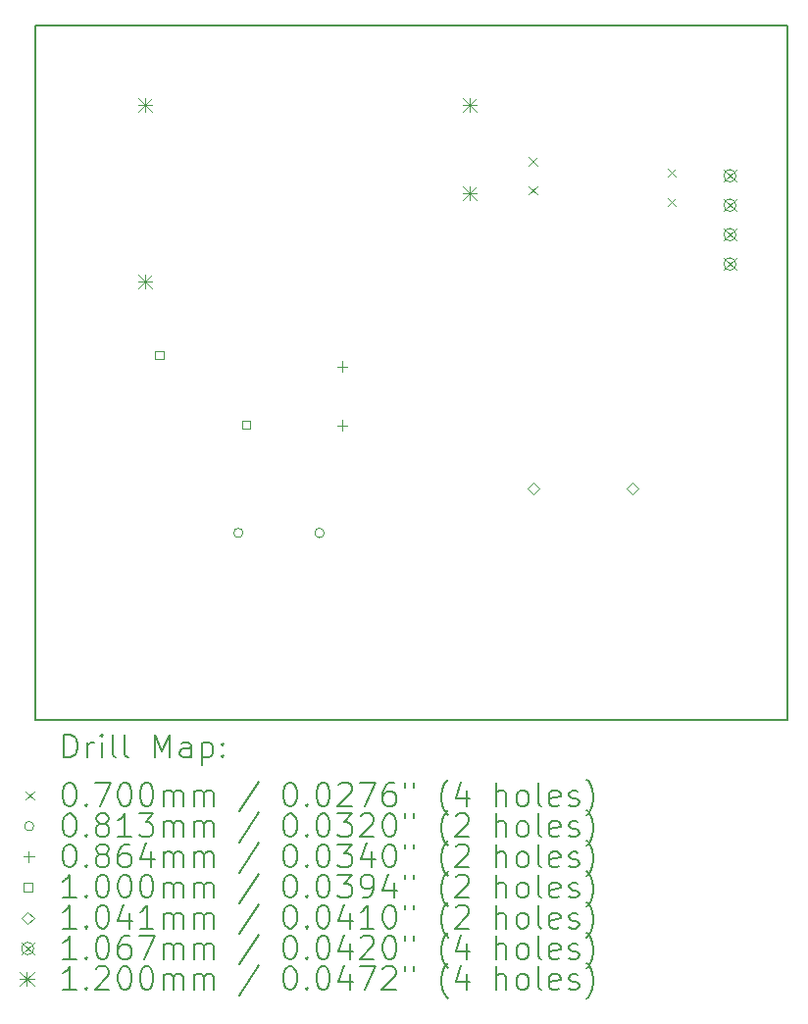
<source format=gbr>
%TF.GenerationSoftware,KiCad,Pcbnew,8.0.5*%
%TF.CreationDate,2024-11-21T15:42:32-05:00*%
%TF.ProjectId,Power_Daughterboard,506f7765-725f-4446-9175-676874657262,rev?*%
%TF.SameCoordinates,Original*%
%TF.FileFunction,Drillmap*%
%TF.FilePolarity,Positive*%
%FSLAX45Y45*%
G04 Gerber Fmt 4.5, Leading zero omitted, Abs format (unit mm)*
G04 Created by KiCad (PCBNEW 8.0.5) date 2024-11-21 15:42:32*
%MOMM*%
%LPD*%
G01*
G04 APERTURE LIST*
%ADD10C,0.200000*%
%ADD11C,0.100000*%
%ADD12C,0.104140*%
%ADD13C,0.106680*%
%ADD14C,0.120000*%
G04 APERTURE END LIST*
D10*
X10450000Y-6950000D02*
X16950000Y-6950000D01*
X16950000Y-12950000D01*
X10450000Y-12950000D01*
X10450000Y-6950000D01*
D11*
X14715000Y-8090000D02*
X14785000Y-8160000D01*
X14785000Y-8090000D02*
X14715000Y-8160000D01*
X14715000Y-8340000D02*
X14785000Y-8410000D01*
X14785000Y-8340000D02*
X14715000Y-8410000D01*
X15915000Y-8190000D02*
X15985000Y-8260000D01*
X15985000Y-8190000D02*
X15915000Y-8260000D01*
X15915000Y-8440000D02*
X15985000Y-8510000D01*
X15985000Y-8440000D02*
X15915000Y-8510000D01*
X12246640Y-11333000D02*
G75*
G02*
X12165360Y-11333000I-40640J0D01*
G01*
X12165360Y-11333000D02*
G75*
G02*
X12246640Y-11333000I40640J0D01*
G01*
X12946640Y-11333000D02*
G75*
G02*
X12865360Y-11333000I-40640J0D01*
G01*
X12865360Y-11333000D02*
G75*
G02*
X12946640Y-11333000I40640J0D01*
G01*
X13100000Y-9852820D02*
X13100000Y-9939180D01*
X13056820Y-9896000D02*
X13143180Y-9896000D01*
X13100000Y-10360820D02*
X13100000Y-10447180D01*
X13056820Y-10404000D02*
X13143180Y-10404000D01*
X11560356Y-9835356D02*
X11560356Y-9764644D01*
X11489644Y-9764644D01*
X11489644Y-9835356D01*
X11560356Y-9835356D01*
X12310356Y-10435356D02*
X12310356Y-10364644D01*
X12239644Y-10364644D01*
X12239644Y-10435356D01*
X12310356Y-10435356D01*
D12*
X14751000Y-11001070D02*
X14803070Y-10949000D01*
X14751000Y-10896930D01*
X14698930Y-10949000D01*
X14751000Y-11001070D01*
X15611000Y-11001070D02*
X15663070Y-10949000D01*
X15611000Y-10896930D01*
X15558930Y-10949000D01*
X15611000Y-11001070D01*
D13*
X16396660Y-8196660D02*
X16503340Y-8303340D01*
X16503340Y-8196660D02*
X16396660Y-8303340D01*
X16503340Y-8250000D02*
G75*
G02*
X16396660Y-8250000I-53340J0D01*
G01*
X16396660Y-8250000D02*
G75*
G02*
X16503340Y-8250000I53340J0D01*
G01*
X16396660Y-8450660D02*
X16503340Y-8557340D01*
X16503340Y-8450660D02*
X16396660Y-8557340D01*
X16503340Y-8504000D02*
G75*
G02*
X16396660Y-8504000I-53340J0D01*
G01*
X16396660Y-8504000D02*
G75*
G02*
X16503340Y-8504000I53340J0D01*
G01*
X16396660Y-8704660D02*
X16503340Y-8811340D01*
X16503340Y-8704660D02*
X16396660Y-8811340D01*
X16503340Y-8758000D02*
G75*
G02*
X16396660Y-8758000I-53340J0D01*
G01*
X16396660Y-8758000D02*
G75*
G02*
X16503340Y-8758000I53340J0D01*
G01*
X16396660Y-8958660D02*
X16503340Y-9065340D01*
X16503340Y-8958660D02*
X16396660Y-9065340D01*
X16503340Y-9012000D02*
G75*
G02*
X16396660Y-9012000I-53340J0D01*
G01*
X16396660Y-9012000D02*
G75*
G02*
X16503340Y-9012000I53340J0D01*
G01*
D14*
X11340000Y-7580000D02*
X11460000Y-7700000D01*
X11460000Y-7580000D02*
X11340000Y-7700000D01*
X11400000Y-7580000D02*
X11400000Y-7700000D01*
X11340000Y-7640000D02*
X11460000Y-7640000D01*
X11340000Y-9100000D02*
X11460000Y-9220000D01*
X11460000Y-9100000D02*
X11340000Y-9220000D01*
X11400000Y-9100000D02*
X11400000Y-9220000D01*
X11340000Y-9160000D02*
X11460000Y-9160000D01*
X14140000Y-7580000D02*
X14260000Y-7700000D01*
X14260000Y-7580000D02*
X14140000Y-7700000D01*
X14200000Y-7580000D02*
X14200000Y-7700000D01*
X14140000Y-7640000D02*
X14260000Y-7640000D01*
X14140000Y-8340000D02*
X14260000Y-8460000D01*
X14260000Y-8340000D02*
X14140000Y-8460000D01*
X14200000Y-8340000D02*
X14200000Y-8460000D01*
X14140000Y-8400000D02*
X14260000Y-8400000D01*
D10*
X10700777Y-13271484D02*
X10700777Y-13071484D01*
X10700777Y-13071484D02*
X10748396Y-13071484D01*
X10748396Y-13071484D02*
X10776967Y-13081008D01*
X10776967Y-13081008D02*
X10796015Y-13100055D01*
X10796015Y-13100055D02*
X10805539Y-13119103D01*
X10805539Y-13119103D02*
X10815063Y-13157198D01*
X10815063Y-13157198D02*
X10815063Y-13185769D01*
X10815063Y-13185769D02*
X10805539Y-13223865D01*
X10805539Y-13223865D02*
X10796015Y-13242912D01*
X10796015Y-13242912D02*
X10776967Y-13261960D01*
X10776967Y-13261960D02*
X10748396Y-13271484D01*
X10748396Y-13271484D02*
X10700777Y-13271484D01*
X10900777Y-13271484D02*
X10900777Y-13138150D01*
X10900777Y-13176246D02*
X10910301Y-13157198D01*
X10910301Y-13157198D02*
X10919824Y-13147674D01*
X10919824Y-13147674D02*
X10938872Y-13138150D01*
X10938872Y-13138150D02*
X10957920Y-13138150D01*
X11024586Y-13271484D02*
X11024586Y-13138150D01*
X11024586Y-13071484D02*
X11015063Y-13081008D01*
X11015063Y-13081008D02*
X11024586Y-13090531D01*
X11024586Y-13090531D02*
X11034110Y-13081008D01*
X11034110Y-13081008D02*
X11024586Y-13071484D01*
X11024586Y-13071484D02*
X11024586Y-13090531D01*
X11148396Y-13271484D02*
X11129348Y-13261960D01*
X11129348Y-13261960D02*
X11119824Y-13242912D01*
X11119824Y-13242912D02*
X11119824Y-13071484D01*
X11253158Y-13271484D02*
X11234110Y-13261960D01*
X11234110Y-13261960D02*
X11224586Y-13242912D01*
X11224586Y-13242912D02*
X11224586Y-13071484D01*
X11481729Y-13271484D02*
X11481729Y-13071484D01*
X11481729Y-13071484D02*
X11548396Y-13214341D01*
X11548396Y-13214341D02*
X11615062Y-13071484D01*
X11615062Y-13071484D02*
X11615062Y-13271484D01*
X11796015Y-13271484D02*
X11796015Y-13166722D01*
X11796015Y-13166722D02*
X11786491Y-13147674D01*
X11786491Y-13147674D02*
X11767443Y-13138150D01*
X11767443Y-13138150D02*
X11729348Y-13138150D01*
X11729348Y-13138150D02*
X11710301Y-13147674D01*
X11796015Y-13261960D02*
X11776967Y-13271484D01*
X11776967Y-13271484D02*
X11729348Y-13271484D01*
X11729348Y-13271484D02*
X11710301Y-13261960D01*
X11710301Y-13261960D02*
X11700777Y-13242912D01*
X11700777Y-13242912D02*
X11700777Y-13223865D01*
X11700777Y-13223865D02*
X11710301Y-13204817D01*
X11710301Y-13204817D02*
X11729348Y-13195293D01*
X11729348Y-13195293D02*
X11776967Y-13195293D01*
X11776967Y-13195293D02*
X11796015Y-13185769D01*
X11891253Y-13138150D02*
X11891253Y-13338150D01*
X11891253Y-13147674D02*
X11910301Y-13138150D01*
X11910301Y-13138150D02*
X11948396Y-13138150D01*
X11948396Y-13138150D02*
X11967443Y-13147674D01*
X11967443Y-13147674D02*
X11976967Y-13157198D01*
X11976967Y-13157198D02*
X11986491Y-13176246D01*
X11986491Y-13176246D02*
X11986491Y-13233388D01*
X11986491Y-13233388D02*
X11976967Y-13252436D01*
X11976967Y-13252436D02*
X11967443Y-13261960D01*
X11967443Y-13261960D02*
X11948396Y-13271484D01*
X11948396Y-13271484D02*
X11910301Y-13271484D01*
X11910301Y-13271484D02*
X11891253Y-13261960D01*
X12072205Y-13252436D02*
X12081729Y-13261960D01*
X12081729Y-13261960D02*
X12072205Y-13271484D01*
X12072205Y-13271484D02*
X12062682Y-13261960D01*
X12062682Y-13261960D02*
X12072205Y-13252436D01*
X12072205Y-13252436D02*
X12072205Y-13271484D01*
X12072205Y-13147674D02*
X12081729Y-13157198D01*
X12081729Y-13157198D02*
X12072205Y-13166722D01*
X12072205Y-13166722D02*
X12062682Y-13157198D01*
X12062682Y-13157198D02*
X12072205Y-13147674D01*
X12072205Y-13147674D02*
X12072205Y-13166722D01*
D11*
X10370000Y-13565000D02*
X10440000Y-13635000D01*
X10440000Y-13565000D02*
X10370000Y-13635000D01*
D10*
X10738872Y-13491484D02*
X10757920Y-13491484D01*
X10757920Y-13491484D02*
X10776967Y-13501008D01*
X10776967Y-13501008D02*
X10786491Y-13510531D01*
X10786491Y-13510531D02*
X10796015Y-13529579D01*
X10796015Y-13529579D02*
X10805539Y-13567674D01*
X10805539Y-13567674D02*
X10805539Y-13615293D01*
X10805539Y-13615293D02*
X10796015Y-13653388D01*
X10796015Y-13653388D02*
X10786491Y-13672436D01*
X10786491Y-13672436D02*
X10776967Y-13681960D01*
X10776967Y-13681960D02*
X10757920Y-13691484D01*
X10757920Y-13691484D02*
X10738872Y-13691484D01*
X10738872Y-13691484D02*
X10719824Y-13681960D01*
X10719824Y-13681960D02*
X10710301Y-13672436D01*
X10710301Y-13672436D02*
X10700777Y-13653388D01*
X10700777Y-13653388D02*
X10691253Y-13615293D01*
X10691253Y-13615293D02*
X10691253Y-13567674D01*
X10691253Y-13567674D02*
X10700777Y-13529579D01*
X10700777Y-13529579D02*
X10710301Y-13510531D01*
X10710301Y-13510531D02*
X10719824Y-13501008D01*
X10719824Y-13501008D02*
X10738872Y-13491484D01*
X10891253Y-13672436D02*
X10900777Y-13681960D01*
X10900777Y-13681960D02*
X10891253Y-13691484D01*
X10891253Y-13691484D02*
X10881729Y-13681960D01*
X10881729Y-13681960D02*
X10891253Y-13672436D01*
X10891253Y-13672436D02*
X10891253Y-13691484D01*
X10967444Y-13491484D02*
X11100777Y-13491484D01*
X11100777Y-13491484D02*
X11015063Y-13691484D01*
X11215062Y-13491484D02*
X11234110Y-13491484D01*
X11234110Y-13491484D02*
X11253158Y-13501008D01*
X11253158Y-13501008D02*
X11262682Y-13510531D01*
X11262682Y-13510531D02*
X11272205Y-13529579D01*
X11272205Y-13529579D02*
X11281729Y-13567674D01*
X11281729Y-13567674D02*
X11281729Y-13615293D01*
X11281729Y-13615293D02*
X11272205Y-13653388D01*
X11272205Y-13653388D02*
X11262682Y-13672436D01*
X11262682Y-13672436D02*
X11253158Y-13681960D01*
X11253158Y-13681960D02*
X11234110Y-13691484D01*
X11234110Y-13691484D02*
X11215062Y-13691484D01*
X11215062Y-13691484D02*
X11196015Y-13681960D01*
X11196015Y-13681960D02*
X11186491Y-13672436D01*
X11186491Y-13672436D02*
X11176967Y-13653388D01*
X11176967Y-13653388D02*
X11167444Y-13615293D01*
X11167444Y-13615293D02*
X11167444Y-13567674D01*
X11167444Y-13567674D02*
X11176967Y-13529579D01*
X11176967Y-13529579D02*
X11186491Y-13510531D01*
X11186491Y-13510531D02*
X11196015Y-13501008D01*
X11196015Y-13501008D02*
X11215062Y-13491484D01*
X11405539Y-13491484D02*
X11424586Y-13491484D01*
X11424586Y-13491484D02*
X11443634Y-13501008D01*
X11443634Y-13501008D02*
X11453158Y-13510531D01*
X11453158Y-13510531D02*
X11462682Y-13529579D01*
X11462682Y-13529579D02*
X11472205Y-13567674D01*
X11472205Y-13567674D02*
X11472205Y-13615293D01*
X11472205Y-13615293D02*
X11462682Y-13653388D01*
X11462682Y-13653388D02*
X11453158Y-13672436D01*
X11453158Y-13672436D02*
X11443634Y-13681960D01*
X11443634Y-13681960D02*
X11424586Y-13691484D01*
X11424586Y-13691484D02*
X11405539Y-13691484D01*
X11405539Y-13691484D02*
X11386491Y-13681960D01*
X11386491Y-13681960D02*
X11376967Y-13672436D01*
X11376967Y-13672436D02*
X11367443Y-13653388D01*
X11367443Y-13653388D02*
X11357920Y-13615293D01*
X11357920Y-13615293D02*
X11357920Y-13567674D01*
X11357920Y-13567674D02*
X11367443Y-13529579D01*
X11367443Y-13529579D02*
X11376967Y-13510531D01*
X11376967Y-13510531D02*
X11386491Y-13501008D01*
X11386491Y-13501008D02*
X11405539Y-13491484D01*
X11557920Y-13691484D02*
X11557920Y-13558150D01*
X11557920Y-13577198D02*
X11567443Y-13567674D01*
X11567443Y-13567674D02*
X11586491Y-13558150D01*
X11586491Y-13558150D02*
X11615063Y-13558150D01*
X11615063Y-13558150D02*
X11634110Y-13567674D01*
X11634110Y-13567674D02*
X11643634Y-13586722D01*
X11643634Y-13586722D02*
X11643634Y-13691484D01*
X11643634Y-13586722D02*
X11653158Y-13567674D01*
X11653158Y-13567674D02*
X11672205Y-13558150D01*
X11672205Y-13558150D02*
X11700777Y-13558150D01*
X11700777Y-13558150D02*
X11719824Y-13567674D01*
X11719824Y-13567674D02*
X11729348Y-13586722D01*
X11729348Y-13586722D02*
X11729348Y-13691484D01*
X11824586Y-13691484D02*
X11824586Y-13558150D01*
X11824586Y-13577198D02*
X11834110Y-13567674D01*
X11834110Y-13567674D02*
X11853158Y-13558150D01*
X11853158Y-13558150D02*
X11881729Y-13558150D01*
X11881729Y-13558150D02*
X11900777Y-13567674D01*
X11900777Y-13567674D02*
X11910301Y-13586722D01*
X11910301Y-13586722D02*
X11910301Y-13691484D01*
X11910301Y-13586722D02*
X11919824Y-13567674D01*
X11919824Y-13567674D02*
X11938872Y-13558150D01*
X11938872Y-13558150D02*
X11967443Y-13558150D01*
X11967443Y-13558150D02*
X11986491Y-13567674D01*
X11986491Y-13567674D02*
X11996015Y-13586722D01*
X11996015Y-13586722D02*
X11996015Y-13691484D01*
X12386491Y-13481960D02*
X12215063Y-13739103D01*
X12643634Y-13491484D02*
X12662682Y-13491484D01*
X12662682Y-13491484D02*
X12681729Y-13501008D01*
X12681729Y-13501008D02*
X12691253Y-13510531D01*
X12691253Y-13510531D02*
X12700777Y-13529579D01*
X12700777Y-13529579D02*
X12710301Y-13567674D01*
X12710301Y-13567674D02*
X12710301Y-13615293D01*
X12710301Y-13615293D02*
X12700777Y-13653388D01*
X12700777Y-13653388D02*
X12691253Y-13672436D01*
X12691253Y-13672436D02*
X12681729Y-13681960D01*
X12681729Y-13681960D02*
X12662682Y-13691484D01*
X12662682Y-13691484D02*
X12643634Y-13691484D01*
X12643634Y-13691484D02*
X12624586Y-13681960D01*
X12624586Y-13681960D02*
X12615063Y-13672436D01*
X12615063Y-13672436D02*
X12605539Y-13653388D01*
X12605539Y-13653388D02*
X12596015Y-13615293D01*
X12596015Y-13615293D02*
X12596015Y-13567674D01*
X12596015Y-13567674D02*
X12605539Y-13529579D01*
X12605539Y-13529579D02*
X12615063Y-13510531D01*
X12615063Y-13510531D02*
X12624586Y-13501008D01*
X12624586Y-13501008D02*
X12643634Y-13491484D01*
X12796015Y-13672436D02*
X12805539Y-13681960D01*
X12805539Y-13681960D02*
X12796015Y-13691484D01*
X12796015Y-13691484D02*
X12786491Y-13681960D01*
X12786491Y-13681960D02*
X12796015Y-13672436D01*
X12796015Y-13672436D02*
X12796015Y-13691484D01*
X12929348Y-13491484D02*
X12948396Y-13491484D01*
X12948396Y-13491484D02*
X12967444Y-13501008D01*
X12967444Y-13501008D02*
X12976967Y-13510531D01*
X12976967Y-13510531D02*
X12986491Y-13529579D01*
X12986491Y-13529579D02*
X12996015Y-13567674D01*
X12996015Y-13567674D02*
X12996015Y-13615293D01*
X12996015Y-13615293D02*
X12986491Y-13653388D01*
X12986491Y-13653388D02*
X12976967Y-13672436D01*
X12976967Y-13672436D02*
X12967444Y-13681960D01*
X12967444Y-13681960D02*
X12948396Y-13691484D01*
X12948396Y-13691484D02*
X12929348Y-13691484D01*
X12929348Y-13691484D02*
X12910301Y-13681960D01*
X12910301Y-13681960D02*
X12900777Y-13672436D01*
X12900777Y-13672436D02*
X12891253Y-13653388D01*
X12891253Y-13653388D02*
X12881729Y-13615293D01*
X12881729Y-13615293D02*
X12881729Y-13567674D01*
X12881729Y-13567674D02*
X12891253Y-13529579D01*
X12891253Y-13529579D02*
X12900777Y-13510531D01*
X12900777Y-13510531D02*
X12910301Y-13501008D01*
X12910301Y-13501008D02*
X12929348Y-13491484D01*
X13072206Y-13510531D02*
X13081729Y-13501008D01*
X13081729Y-13501008D02*
X13100777Y-13491484D01*
X13100777Y-13491484D02*
X13148396Y-13491484D01*
X13148396Y-13491484D02*
X13167444Y-13501008D01*
X13167444Y-13501008D02*
X13176967Y-13510531D01*
X13176967Y-13510531D02*
X13186491Y-13529579D01*
X13186491Y-13529579D02*
X13186491Y-13548627D01*
X13186491Y-13548627D02*
X13176967Y-13577198D01*
X13176967Y-13577198D02*
X13062682Y-13691484D01*
X13062682Y-13691484D02*
X13186491Y-13691484D01*
X13253158Y-13491484D02*
X13386491Y-13491484D01*
X13386491Y-13491484D02*
X13300777Y-13691484D01*
X13548396Y-13491484D02*
X13510301Y-13491484D01*
X13510301Y-13491484D02*
X13491253Y-13501008D01*
X13491253Y-13501008D02*
X13481729Y-13510531D01*
X13481729Y-13510531D02*
X13462682Y-13539103D01*
X13462682Y-13539103D02*
X13453158Y-13577198D01*
X13453158Y-13577198D02*
X13453158Y-13653388D01*
X13453158Y-13653388D02*
X13462682Y-13672436D01*
X13462682Y-13672436D02*
X13472206Y-13681960D01*
X13472206Y-13681960D02*
X13491253Y-13691484D01*
X13491253Y-13691484D02*
X13529348Y-13691484D01*
X13529348Y-13691484D02*
X13548396Y-13681960D01*
X13548396Y-13681960D02*
X13557920Y-13672436D01*
X13557920Y-13672436D02*
X13567444Y-13653388D01*
X13567444Y-13653388D02*
X13567444Y-13605769D01*
X13567444Y-13605769D02*
X13557920Y-13586722D01*
X13557920Y-13586722D02*
X13548396Y-13577198D01*
X13548396Y-13577198D02*
X13529348Y-13567674D01*
X13529348Y-13567674D02*
X13491253Y-13567674D01*
X13491253Y-13567674D02*
X13472206Y-13577198D01*
X13472206Y-13577198D02*
X13462682Y-13586722D01*
X13462682Y-13586722D02*
X13453158Y-13605769D01*
X13643634Y-13491484D02*
X13643634Y-13529579D01*
X13719825Y-13491484D02*
X13719825Y-13529579D01*
X14015063Y-13767674D02*
X14005539Y-13758150D01*
X14005539Y-13758150D02*
X13986491Y-13729579D01*
X13986491Y-13729579D02*
X13976968Y-13710531D01*
X13976968Y-13710531D02*
X13967444Y-13681960D01*
X13967444Y-13681960D02*
X13957920Y-13634341D01*
X13957920Y-13634341D02*
X13957920Y-13596246D01*
X13957920Y-13596246D02*
X13967444Y-13548627D01*
X13967444Y-13548627D02*
X13976968Y-13520055D01*
X13976968Y-13520055D02*
X13986491Y-13501008D01*
X13986491Y-13501008D02*
X14005539Y-13472436D01*
X14005539Y-13472436D02*
X14015063Y-13462912D01*
X14176968Y-13558150D02*
X14176968Y-13691484D01*
X14129348Y-13481960D02*
X14081729Y-13624817D01*
X14081729Y-13624817D02*
X14205539Y-13624817D01*
X14434110Y-13691484D02*
X14434110Y-13491484D01*
X14519825Y-13691484D02*
X14519825Y-13586722D01*
X14519825Y-13586722D02*
X14510301Y-13567674D01*
X14510301Y-13567674D02*
X14491253Y-13558150D01*
X14491253Y-13558150D02*
X14462682Y-13558150D01*
X14462682Y-13558150D02*
X14443634Y-13567674D01*
X14443634Y-13567674D02*
X14434110Y-13577198D01*
X14643634Y-13691484D02*
X14624587Y-13681960D01*
X14624587Y-13681960D02*
X14615063Y-13672436D01*
X14615063Y-13672436D02*
X14605539Y-13653388D01*
X14605539Y-13653388D02*
X14605539Y-13596246D01*
X14605539Y-13596246D02*
X14615063Y-13577198D01*
X14615063Y-13577198D02*
X14624587Y-13567674D01*
X14624587Y-13567674D02*
X14643634Y-13558150D01*
X14643634Y-13558150D02*
X14672206Y-13558150D01*
X14672206Y-13558150D02*
X14691253Y-13567674D01*
X14691253Y-13567674D02*
X14700777Y-13577198D01*
X14700777Y-13577198D02*
X14710301Y-13596246D01*
X14710301Y-13596246D02*
X14710301Y-13653388D01*
X14710301Y-13653388D02*
X14700777Y-13672436D01*
X14700777Y-13672436D02*
X14691253Y-13681960D01*
X14691253Y-13681960D02*
X14672206Y-13691484D01*
X14672206Y-13691484D02*
X14643634Y-13691484D01*
X14824587Y-13691484D02*
X14805539Y-13681960D01*
X14805539Y-13681960D02*
X14796015Y-13662912D01*
X14796015Y-13662912D02*
X14796015Y-13491484D01*
X14976968Y-13681960D02*
X14957920Y-13691484D01*
X14957920Y-13691484D02*
X14919825Y-13691484D01*
X14919825Y-13691484D02*
X14900777Y-13681960D01*
X14900777Y-13681960D02*
X14891253Y-13662912D01*
X14891253Y-13662912D02*
X14891253Y-13586722D01*
X14891253Y-13586722D02*
X14900777Y-13567674D01*
X14900777Y-13567674D02*
X14919825Y-13558150D01*
X14919825Y-13558150D02*
X14957920Y-13558150D01*
X14957920Y-13558150D02*
X14976968Y-13567674D01*
X14976968Y-13567674D02*
X14986491Y-13586722D01*
X14986491Y-13586722D02*
X14986491Y-13605769D01*
X14986491Y-13605769D02*
X14891253Y-13624817D01*
X15062682Y-13681960D02*
X15081730Y-13691484D01*
X15081730Y-13691484D02*
X15119825Y-13691484D01*
X15119825Y-13691484D02*
X15138872Y-13681960D01*
X15138872Y-13681960D02*
X15148396Y-13662912D01*
X15148396Y-13662912D02*
X15148396Y-13653388D01*
X15148396Y-13653388D02*
X15138872Y-13634341D01*
X15138872Y-13634341D02*
X15119825Y-13624817D01*
X15119825Y-13624817D02*
X15091253Y-13624817D01*
X15091253Y-13624817D02*
X15072206Y-13615293D01*
X15072206Y-13615293D02*
X15062682Y-13596246D01*
X15062682Y-13596246D02*
X15062682Y-13586722D01*
X15062682Y-13586722D02*
X15072206Y-13567674D01*
X15072206Y-13567674D02*
X15091253Y-13558150D01*
X15091253Y-13558150D02*
X15119825Y-13558150D01*
X15119825Y-13558150D02*
X15138872Y-13567674D01*
X15215063Y-13767674D02*
X15224587Y-13758150D01*
X15224587Y-13758150D02*
X15243634Y-13729579D01*
X15243634Y-13729579D02*
X15253158Y-13710531D01*
X15253158Y-13710531D02*
X15262682Y-13681960D01*
X15262682Y-13681960D02*
X15272206Y-13634341D01*
X15272206Y-13634341D02*
X15272206Y-13596246D01*
X15272206Y-13596246D02*
X15262682Y-13548627D01*
X15262682Y-13548627D02*
X15253158Y-13520055D01*
X15253158Y-13520055D02*
X15243634Y-13501008D01*
X15243634Y-13501008D02*
X15224587Y-13472436D01*
X15224587Y-13472436D02*
X15215063Y-13462912D01*
D11*
X10440000Y-13864000D02*
G75*
G02*
X10358720Y-13864000I-40640J0D01*
G01*
X10358720Y-13864000D02*
G75*
G02*
X10440000Y-13864000I40640J0D01*
G01*
D10*
X10738872Y-13755484D02*
X10757920Y-13755484D01*
X10757920Y-13755484D02*
X10776967Y-13765008D01*
X10776967Y-13765008D02*
X10786491Y-13774531D01*
X10786491Y-13774531D02*
X10796015Y-13793579D01*
X10796015Y-13793579D02*
X10805539Y-13831674D01*
X10805539Y-13831674D02*
X10805539Y-13879293D01*
X10805539Y-13879293D02*
X10796015Y-13917388D01*
X10796015Y-13917388D02*
X10786491Y-13936436D01*
X10786491Y-13936436D02*
X10776967Y-13945960D01*
X10776967Y-13945960D02*
X10757920Y-13955484D01*
X10757920Y-13955484D02*
X10738872Y-13955484D01*
X10738872Y-13955484D02*
X10719824Y-13945960D01*
X10719824Y-13945960D02*
X10710301Y-13936436D01*
X10710301Y-13936436D02*
X10700777Y-13917388D01*
X10700777Y-13917388D02*
X10691253Y-13879293D01*
X10691253Y-13879293D02*
X10691253Y-13831674D01*
X10691253Y-13831674D02*
X10700777Y-13793579D01*
X10700777Y-13793579D02*
X10710301Y-13774531D01*
X10710301Y-13774531D02*
X10719824Y-13765008D01*
X10719824Y-13765008D02*
X10738872Y-13755484D01*
X10891253Y-13936436D02*
X10900777Y-13945960D01*
X10900777Y-13945960D02*
X10891253Y-13955484D01*
X10891253Y-13955484D02*
X10881729Y-13945960D01*
X10881729Y-13945960D02*
X10891253Y-13936436D01*
X10891253Y-13936436D02*
X10891253Y-13955484D01*
X11015063Y-13841198D02*
X10996015Y-13831674D01*
X10996015Y-13831674D02*
X10986491Y-13822150D01*
X10986491Y-13822150D02*
X10976967Y-13803103D01*
X10976967Y-13803103D02*
X10976967Y-13793579D01*
X10976967Y-13793579D02*
X10986491Y-13774531D01*
X10986491Y-13774531D02*
X10996015Y-13765008D01*
X10996015Y-13765008D02*
X11015063Y-13755484D01*
X11015063Y-13755484D02*
X11053158Y-13755484D01*
X11053158Y-13755484D02*
X11072205Y-13765008D01*
X11072205Y-13765008D02*
X11081729Y-13774531D01*
X11081729Y-13774531D02*
X11091253Y-13793579D01*
X11091253Y-13793579D02*
X11091253Y-13803103D01*
X11091253Y-13803103D02*
X11081729Y-13822150D01*
X11081729Y-13822150D02*
X11072205Y-13831674D01*
X11072205Y-13831674D02*
X11053158Y-13841198D01*
X11053158Y-13841198D02*
X11015063Y-13841198D01*
X11015063Y-13841198D02*
X10996015Y-13850722D01*
X10996015Y-13850722D02*
X10986491Y-13860246D01*
X10986491Y-13860246D02*
X10976967Y-13879293D01*
X10976967Y-13879293D02*
X10976967Y-13917388D01*
X10976967Y-13917388D02*
X10986491Y-13936436D01*
X10986491Y-13936436D02*
X10996015Y-13945960D01*
X10996015Y-13945960D02*
X11015063Y-13955484D01*
X11015063Y-13955484D02*
X11053158Y-13955484D01*
X11053158Y-13955484D02*
X11072205Y-13945960D01*
X11072205Y-13945960D02*
X11081729Y-13936436D01*
X11081729Y-13936436D02*
X11091253Y-13917388D01*
X11091253Y-13917388D02*
X11091253Y-13879293D01*
X11091253Y-13879293D02*
X11081729Y-13860246D01*
X11081729Y-13860246D02*
X11072205Y-13850722D01*
X11072205Y-13850722D02*
X11053158Y-13841198D01*
X11281729Y-13955484D02*
X11167444Y-13955484D01*
X11224586Y-13955484D02*
X11224586Y-13755484D01*
X11224586Y-13755484D02*
X11205539Y-13784055D01*
X11205539Y-13784055D02*
X11186491Y-13803103D01*
X11186491Y-13803103D02*
X11167444Y-13812627D01*
X11348396Y-13755484D02*
X11472205Y-13755484D01*
X11472205Y-13755484D02*
X11405539Y-13831674D01*
X11405539Y-13831674D02*
X11434110Y-13831674D01*
X11434110Y-13831674D02*
X11453158Y-13841198D01*
X11453158Y-13841198D02*
X11462682Y-13850722D01*
X11462682Y-13850722D02*
X11472205Y-13869769D01*
X11472205Y-13869769D02*
X11472205Y-13917388D01*
X11472205Y-13917388D02*
X11462682Y-13936436D01*
X11462682Y-13936436D02*
X11453158Y-13945960D01*
X11453158Y-13945960D02*
X11434110Y-13955484D01*
X11434110Y-13955484D02*
X11376967Y-13955484D01*
X11376967Y-13955484D02*
X11357920Y-13945960D01*
X11357920Y-13945960D02*
X11348396Y-13936436D01*
X11557920Y-13955484D02*
X11557920Y-13822150D01*
X11557920Y-13841198D02*
X11567443Y-13831674D01*
X11567443Y-13831674D02*
X11586491Y-13822150D01*
X11586491Y-13822150D02*
X11615063Y-13822150D01*
X11615063Y-13822150D02*
X11634110Y-13831674D01*
X11634110Y-13831674D02*
X11643634Y-13850722D01*
X11643634Y-13850722D02*
X11643634Y-13955484D01*
X11643634Y-13850722D02*
X11653158Y-13831674D01*
X11653158Y-13831674D02*
X11672205Y-13822150D01*
X11672205Y-13822150D02*
X11700777Y-13822150D01*
X11700777Y-13822150D02*
X11719824Y-13831674D01*
X11719824Y-13831674D02*
X11729348Y-13850722D01*
X11729348Y-13850722D02*
X11729348Y-13955484D01*
X11824586Y-13955484D02*
X11824586Y-13822150D01*
X11824586Y-13841198D02*
X11834110Y-13831674D01*
X11834110Y-13831674D02*
X11853158Y-13822150D01*
X11853158Y-13822150D02*
X11881729Y-13822150D01*
X11881729Y-13822150D02*
X11900777Y-13831674D01*
X11900777Y-13831674D02*
X11910301Y-13850722D01*
X11910301Y-13850722D02*
X11910301Y-13955484D01*
X11910301Y-13850722D02*
X11919824Y-13831674D01*
X11919824Y-13831674D02*
X11938872Y-13822150D01*
X11938872Y-13822150D02*
X11967443Y-13822150D01*
X11967443Y-13822150D02*
X11986491Y-13831674D01*
X11986491Y-13831674D02*
X11996015Y-13850722D01*
X11996015Y-13850722D02*
X11996015Y-13955484D01*
X12386491Y-13745960D02*
X12215063Y-14003103D01*
X12643634Y-13755484D02*
X12662682Y-13755484D01*
X12662682Y-13755484D02*
X12681729Y-13765008D01*
X12681729Y-13765008D02*
X12691253Y-13774531D01*
X12691253Y-13774531D02*
X12700777Y-13793579D01*
X12700777Y-13793579D02*
X12710301Y-13831674D01*
X12710301Y-13831674D02*
X12710301Y-13879293D01*
X12710301Y-13879293D02*
X12700777Y-13917388D01*
X12700777Y-13917388D02*
X12691253Y-13936436D01*
X12691253Y-13936436D02*
X12681729Y-13945960D01*
X12681729Y-13945960D02*
X12662682Y-13955484D01*
X12662682Y-13955484D02*
X12643634Y-13955484D01*
X12643634Y-13955484D02*
X12624586Y-13945960D01*
X12624586Y-13945960D02*
X12615063Y-13936436D01*
X12615063Y-13936436D02*
X12605539Y-13917388D01*
X12605539Y-13917388D02*
X12596015Y-13879293D01*
X12596015Y-13879293D02*
X12596015Y-13831674D01*
X12596015Y-13831674D02*
X12605539Y-13793579D01*
X12605539Y-13793579D02*
X12615063Y-13774531D01*
X12615063Y-13774531D02*
X12624586Y-13765008D01*
X12624586Y-13765008D02*
X12643634Y-13755484D01*
X12796015Y-13936436D02*
X12805539Y-13945960D01*
X12805539Y-13945960D02*
X12796015Y-13955484D01*
X12796015Y-13955484D02*
X12786491Y-13945960D01*
X12786491Y-13945960D02*
X12796015Y-13936436D01*
X12796015Y-13936436D02*
X12796015Y-13955484D01*
X12929348Y-13755484D02*
X12948396Y-13755484D01*
X12948396Y-13755484D02*
X12967444Y-13765008D01*
X12967444Y-13765008D02*
X12976967Y-13774531D01*
X12976967Y-13774531D02*
X12986491Y-13793579D01*
X12986491Y-13793579D02*
X12996015Y-13831674D01*
X12996015Y-13831674D02*
X12996015Y-13879293D01*
X12996015Y-13879293D02*
X12986491Y-13917388D01*
X12986491Y-13917388D02*
X12976967Y-13936436D01*
X12976967Y-13936436D02*
X12967444Y-13945960D01*
X12967444Y-13945960D02*
X12948396Y-13955484D01*
X12948396Y-13955484D02*
X12929348Y-13955484D01*
X12929348Y-13955484D02*
X12910301Y-13945960D01*
X12910301Y-13945960D02*
X12900777Y-13936436D01*
X12900777Y-13936436D02*
X12891253Y-13917388D01*
X12891253Y-13917388D02*
X12881729Y-13879293D01*
X12881729Y-13879293D02*
X12881729Y-13831674D01*
X12881729Y-13831674D02*
X12891253Y-13793579D01*
X12891253Y-13793579D02*
X12900777Y-13774531D01*
X12900777Y-13774531D02*
X12910301Y-13765008D01*
X12910301Y-13765008D02*
X12929348Y-13755484D01*
X13062682Y-13755484D02*
X13186491Y-13755484D01*
X13186491Y-13755484D02*
X13119825Y-13831674D01*
X13119825Y-13831674D02*
X13148396Y-13831674D01*
X13148396Y-13831674D02*
X13167444Y-13841198D01*
X13167444Y-13841198D02*
X13176967Y-13850722D01*
X13176967Y-13850722D02*
X13186491Y-13869769D01*
X13186491Y-13869769D02*
X13186491Y-13917388D01*
X13186491Y-13917388D02*
X13176967Y-13936436D01*
X13176967Y-13936436D02*
X13167444Y-13945960D01*
X13167444Y-13945960D02*
X13148396Y-13955484D01*
X13148396Y-13955484D02*
X13091253Y-13955484D01*
X13091253Y-13955484D02*
X13072206Y-13945960D01*
X13072206Y-13945960D02*
X13062682Y-13936436D01*
X13262682Y-13774531D02*
X13272206Y-13765008D01*
X13272206Y-13765008D02*
X13291253Y-13755484D01*
X13291253Y-13755484D02*
X13338872Y-13755484D01*
X13338872Y-13755484D02*
X13357920Y-13765008D01*
X13357920Y-13765008D02*
X13367444Y-13774531D01*
X13367444Y-13774531D02*
X13376967Y-13793579D01*
X13376967Y-13793579D02*
X13376967Y-13812627D01*
X13376967Y-13812627D02*
X13367444Y-13841198D01*
X13367444Y-13841198D02*
X13253158Y-13955484D01*
X13253158Y-13955484D02*
X13376967Y-13955484D01*
X13500777Y-13755484D02*
X13519825Y-13755484D01*
X13519825Y-13755484D02*
X13538872Y-13765008D01*
X13538872Y-13765008D02*
X13548396Y-13774531D01*
X13548396Y-13774531D02*
X13557920Y-13793579D01*
X13557920Y-13793579D02*
X13567444Y-13831674D01*
X13567444Y-13831674D02*
X13567444Y-13879293D01*
X13567444Y-13879293D02*
X13557920Y-13917388D01*
X13557920Y-13917388D02*
X13548396Y-13936436D01*
X13548396Y-13936436D02*
X13538872Y-13945960D01*
X13538872Y-13945960D02*
X13519825Y-13955484D01*
X13519825Y-13955484D02*
X13500777Y-13955484D01*
X13500777Y-13955484D02*
X13481729Y-13945960D01*
X13481729Y-13945960D02*
X13472206Y-13936436D01*
X13472206Y-13936436D02*
X13462682Y-13917388D01*
X13462682Y-13917388D02*
X13453158Y-13879293D01*
X13453158Y-13879293D02*
X13453158Y-13831674D01*
X13453158Y-13831674D02*
X13462682Y-13793579D01*
X13462682Y-13793579D02*
X13472206Y-13774531D01*
X13472206Y-13774531D02*
X13481729Y-13765008D01*
X13481729Y-13765008D02*
X13500777Y-13755484D01*
X13643634Y-13755484D02*
X13643634Y-13793579D01*
X13719825Y-13755484D02*
X13719825Y-13793579D01*
X14015063Y-14031674D02*
X14005539Y-14022150D01*
X14005539Y-14022150D02*
X13986491Y-13993579D01*
X13986491Y-13993579D02*
X13976968Y-13974531D01*
X13976968Y-13974531D02*
X13967444Y-13945960D01*
X13967444Y-13945960D02*
X13957920Y-13898341D01*
X13957920Y-13898341D02*
X13957920Y-13860246D01*
X13957920Y-13860246D02*
X13967444Y-13812627D01*
X13967444Y-13812627D02*
X13976968Y-13784055D01*
X13976968Y-13784055D02*
X13986491Y-13765008D01*
X13986491Y-13765008D02*
X14005539Y-13736436D01*
X14005539Y-13736436D02*
X14015063Y-13726912D01*
X14081729Y-13774531D02*
X14091253Y-13765008D01*
X14091253Y-13765008D02*
X14110301Y-13755484D01*
X14110301Y-13755484D02*
X14157920Y-13755484D01*
X14157920Y-13755484D02*
X14176968Y-13765008D01*
X14176968Y-13765008D02*
X14186491Y-13774531D01*
X14186491Y-13774531D02*
X14196015Y-13793579D01*
X14196015Y-13793579D02*
X14196015Y-13812627D01*
X14196015Y-13812627D02*
X14186491Y-13841198D01*
X14186491Y-13841198D02*
X14072206Y-13955484D01*
X14072206Y-13955484D02*
X14196015Y-13955484D01*
X14434110Y-13955484D02*
X14434110Y-13755484D01*
X14519825Y-13955484D02*
X14519825Y-13850722D01*
X14519825Y-13850722D02*
X14510301Y-13831674D01*
X14510301Y-13831674D02*
X14491253Y-13822150D01*
X14491253Y-13822150D02*
X14462682Y-13822150D01*
X14462682Y-13822150D02*
X14443634Y-13831674D01*
X14443634Y-13831674D02*
X14434110Y-13841198D01*
X14643634Y-13955484D02*
X14624587Y-13945960D01*
X14624587Y-13945960D02*
X14615063Y-13936436D01*
X14615063Y-13936436D02*
X14605539Y-13917388D01*
X14605539Y-13917388D02*
X14605539Y-13860246D01*
X14605539Y-13860246D02*
X14615063Y-13841198D01*
X14615063Y-13841198D02*
X14624587Y-13831674D01*
X14624587Y-13831674D02*
X14643634Y-13822150D01*
X14643634Y-13822150D02*
X14672206Y-13822150D01*
X14672206Y-13822150D02*
X14691253Y-13831674D01*
X14691253Y-13831674D02*
X14700777Y-13841198D01*
X14700777Y-13841198D02*
X14710301Y-13860246D01*
X14710301Y-13860246D02*
X14710301Y-13917388D01*
X14710301Y-13917388D02*
X14700777Y-13936436D01*
X14700777Y-13936436D02*
X14691253Y-13945960D01*
X14691253Y-13945960D02*
X14672206Y-13955484D01*
X14672206Y-13955484D02*
X14643634Y-13955484D01*
X14824587Y-13955484D02*
X14805539Y-13945960D01*
X14805539Y-13945960D02*
X14796015Y-13926912D01*
X14796015Y-13926912D02*
X14796015Y-13755484D01*
X14976968Y-13945960D02*
X14957920Y-13955484D01*
X14957920Y-13955484D02*
X14919825Y-13955484D01*
X14919825Y-13955484D02*
X14900777Y-13945960D01*
X14900777Y-13945960D02*
X14891253Y-13926912D01*
X14891253Y-13926912D02*
X14891253Y-13850722D01*
X14891253Y-13850722D02*
X14900777Y-13831674D01*
X14900777Y-13831674D02*
X14919825Y-13822150D01*
X14919825Y-13822150D02*
X14957920Y-13822150D01*
X14957920Y-13822150D02*
X14976968Y-13831674D01*
X14976968Y-13831674D02*
X14986491Y-13850722D01*
X14986491Y-13850722D02*
X14986491Y-13869769D01*
X14986491Y-13869769D02*
X14891253Y-13888817D01*
X15062682Y-13945960D02*
X15081730Y-13955484D01*
X15081730Y-13955484D02*
X15119825Y-13955484D01*
X15119825Y-13955484D02*
X15138872Y-13945960D01*
X15138872Y-13945960D02*
X15148396Y-13926912D01*
X15148396Y-13926912D02*
X15148396Y-13917388D01*
X15148396Y-13917388D02*
X15138872Y-13898341D01*
X15138872Y-13898341D02*
X15119825Y-13888817D01*
X15119825Y-13888817D02*
X15091253Y-13888817D01*
X15091253Y-13888817D02*
X15072206Y-13879293D01*
X15072206Y-13879293D02*
X15062682Y-13860246D01*
X15062682Y-13860246D02*
X15062682Y-13850722D01*
X15062682Y-13850722D02*
X15072206Y-13831674D01*
X15072206Y-13831674D02*
X15091253Y-13822150D01*
X15091253Y-13822150D02*
X15119825Y-13822150D01*
X15119825Y-13822150D02*
X15138872Y-13831674D01*
X15215063Y-14031674D02*
X15224587Y-14022150D01*
X15224587Y-14022150D02*
X15243634Y-13993579D01*
X15243634Y-13993579D02*
X15253158Y-13974531D01*
X15253158Y-13974531D02*
X15262682Y-13945960D01*
X15262682Y-13945960D02*
X15272206Y-13898341D01*
X15272206Y-13898341D02*
X15272206Y-13860246D01*
X15272206Y-13860246D02*
X15262682Y-13812627D01*
X15262682Y-13812627D02*
X15253158Y-13784055D01*
X15253158Y-13784055D02*
X15243634Y-13765008D01*
X15243634Y-13765008D02*
X15224587Y-13736436D01*
X15224587Y-13736436D02*
X15215063Y-13726912D01*
D11*
X10396820Y-14084820D02*
X10396820Y-14171180D01*
X10353640Y-14128000D02*
X10440000Y-14128000D01*
D10*
X10738872Y-14019484D02*
X10757920Y-14019484D01*
X10757920Y-14019484D02*
X10776967Y-14029008D01*
X10776967Y-14029008D02*
X10786491Y-14038531D01*
X10786491Y-14038531D02*
X10796015Y-14057579D01*
X10796015Y-14057579D02*
X10805539Y-14095674D01*
X10805539Y-14095674D02*
X10805539Y-14143293D01*
X10805539Y-14143293D02*
X10796015Y-14181388D01*
X10796015Y-14181388D02*
X10786491Y-14200436D01*
X10786491Y-14200436D02*
X10776967Y-14209960D01*
X10776967Y-14209960D02*
X10757920Y-14219484D01*
X10757920Y-14219484D02*
X10738872Y-14219484D01*
X10738872Y-14219484D02*
X10719824Y-14209960D01*
X10719824Y-14209960D02*
X10710301Y-14200436D01*
X10710301Y-14200436D02*
X10700777Y-14181388D01*
X10700777Y-14181388D02*
X10691253Y-14143293D01*
X10691253Y-14143293D02*
X10691253Y-14095674D01*
X10691253Y-14095674D02*
X10700777Y-14057579D01*
X10700777Y-14057579D02*
X10710301Y-14038531D01*
X10710301Y-14038531D02*
X10719824Y-14029008D01*
X10719824Y-14029008D02*
X10738872Y-14019484D01*
X10891253Y-14200436D02*
X10900777Y-14209960D01*
X10900777Y-14209960D02*
X10891253Y-14219484D01*
X10891253Y-14219484D02*
X10881729Y-14209960D01*
X10881729Y-14209960D02*
X10891253Y-14200436D01*
X10891253Y-14200436D02*
X10891253Y-14219484D01*
X11015063Y-14105198D02*
X10996015Y-14095674D01*
X10996015Y-14095674D02*
X10986491Y-14086150D01*
X10986491Y-14086150D02*
X10976967Y-14067103D01*
X10976967Y-14067103D02*
X10976967Y-14057579D01*
X10976967Y-14057579D02*
X10986491Y-14038531D01*
X10986491Y-14038531D02*
X10996015Y-14029008D01*
X10996015Y-14029008D02*
X11015063Y-14019484D01*
X11015063Y-14019484D02*
X11053158Y-14019484D01*
X11053158Y-14019484D02*
X11072205Y-14029008D01*
X11072205Y-14029008D02*
X11081729Y-14038531D01*
X11081729Y-14038531D02*
X11091253Y-14057579D01*
X11091253Y-14057579D02*
X11091253Y-14067103D01*
X11091253Y-14067103D02*
X11081729Y-14086150D01*
X11081729Y-14086150D02*
X11072205Y-14095674D01*
X11072205Y-14095674D02*
X11053158Y-14105198D01*
X11053158Y-14105198D02*
X11015063Y-14105198D01*
X11015063Y-14105198D02*
X10996015Y-14114722D01*
X10996015Y-14114722D02*
X10986491Y-14124246D01*
X10986491Y-14124246D02*
X10976967Y-14143293D01*
X10976967Y-14143293D02*
X10976967Y-14181388D01*
X10976967Y-14181388D02*
X10986491Y-14200436D01*
X10986491Y-14200436D02*
X10996015Y-14209960D01*
X10996015Y-14209960D02*
X11015063Y-14219484D01*
X11015063Y-14219484D02*
X11053158Y-14219484D01*
X11053158Y-14219484D02*
X11072205Y-14209960D01*
X11072205Y-14209960D02*
X11081729Y-14200436D01*
X11081729Y-14200436D02*
X11091253Y-14181388D01*
X11091253Y-14181388D02*
X11091253Y-14143293D01*
X11091253Y-14143293D02*
X11081729Y-14124246D01*
X11081729Y-14124246D02*
X11072205Y-14114722D01*
X11072205Y-14114722D02*
X11053158Y-14105198D01*
X11262682Y-14019484D02*
X11224586Y-14019484D01*
X11224586Y-14019484D02*
X11205539Y-14029008D01*
X11205539Y-14029008D02*
X11196015Y-14038531D01*
X11196015Y-14038531D02*
X11176967Y-14067103D01*
X11176967Y-14067103D02*
X11167444Y-14105198D01*
X11167444Y-14105198D02*
X11167444Y-14181388D01*
X11167444Y-14181388D02*
X11176967Y-14200436D01*
X11176967Y-14200436D02*
X11186491Y-14209960D01*
X11186491Y-14209960D02*
X11205539Y-14219484D01*
X11205539Y-14219484D02*
X11243634Y-14219484D01*
X11243634Y-14219484D02*
X11262682Y-14209960D01*
X11262682Y-14209960D02*
X11272205Y-14200436D01*
X11272205Y-14200436D02*
X11281729Y-14181388D01*
X11281729Y-14181388D02*
X11281729Y-14133769D01*
X11281729Y-14133769D02*
X11272205Y-14114722D01*
X11272205Y-14114722D02*
X11262682Y-14105198D01*
X11262682Y-14105198D02*
X11243634Y-14095674D01*
X11243634Y-14095674D02*
X11205539Y-14095674D01*
X11205539Y-14095674D02*
X11186491Y-14105198D01*
X11186491Y-14105198D02*
X11176967Y-14114722D01*
X11176967Y-14114722D02*
X11167444Y-14133769D01*
X11453158Y-14086150D02*
X11453158Y-14219484D01*
X11405539Y-14009960D02*
X11357920Y-14152817D01*
X11357920Y-14152817D02*
X11481729Y-14152817D01*
X11557920Y-14219484D02*
X11557920Y-14086150D01*
X11557920Y-14105198D02*
X11567443Y-14095674D01*
X11567443Y-14095674D02*
X11586491Y-14086150D01*
X11586491Y-14086150D02*
X11615063Y-14086150D01*
X11615063Y-14086150D02*
X11634110Y-14095674D01*
X11634110Y-14095674D02*
X11643634Y-14114722D01*
X11643634Y-14114722D02*
X11643634Y-14219484D01*
X11643634Y-14114722D02*
X11653158Y-14095674D01*
X11653158Y-14095674D02*
X11672205Y-14086150D01*
X11672205Y-14086150D02*
X11700777Y-14086150D01*
X11700777Y-14086150D02*
X11719824Y-14095674D01*
X11719824Y-14095674D02*
X11729348Y-14114722D01*
X11729348Y-14114722D02*
X11729348Y-14219484D01*
X11824586Y-14219484D02*
X11824586Y-14086150D01*
X11824586Y-14105198D02*
X11834110Y-14095674D01*
X11834110Y-14095674D02*
X11853158Y-14086150D01*
X11853158Y-14086150D02*
X11881729Y-14086150D01*
X11881729Y-14086150D02*
X11900777Y-14095674D01*
X11900777Y-14095674D02*
X11910301Y-14114722D01*
X11910301Y-14114722D02*
X11910301Y-14219484D01*
X11910301Y-14114722D02*
X11919824Y-14095674D01*
X11919824Y-14095674D02*
X11938872Y-14086150D01*
X11938872Y-14086150D02*
X11967443Y-14086150D01*
X11967443Y-14086150D02*
X11986491Y-14095674D01*
X11986491Y-14095674D02*
X11996015Y-14114722D01*
X11996015Y-14114722D02*
X11996015Y-14219484D01*
X12386491Y-14009960D02*
X12215063Y-14267103D01*
X12643634Y-14019484D02*
X12662682Y-14019484D01*
X12662682Y-14019484D02*
X12681729Y-14029008D01*
X12681729Y-14029008D02*
X12691253Y-14038531D01*
X12691253Y-14038531D02*
X12700777Y-14057579D01*
X12700777Y-14057579D02*
X12710301Y-14095674D01*
X12710301Y-14095674D02*
X12710301Y-14143293D01*
X12710301Y-14143293D02*
X12700777Y-14181388D01*
X12700777Y-14181388D02*
X12691253Y-14200436D01*
X12691253Y-14200436D02*
X12681729Y-14209960D01*
X12681729Y-14209960D02*
X12662682Y-14219484D01*
X12662682Y-14219484D02*
X12643634Y-14219484D01*
X12643634Y-14219484D02*
X12624586Y-14209960D01*
X12624586Y-14209960D02*
X12615063Y-14200436D01*
X12615063Y-14200436D02*
X12605539Y-14181388D01*
X12605539Y-14181388D02*
X12596015Y-14143293D01*
X12596015Y-14143293D02*
X12596015Y-14095674D01*
X12596015Y-14095674D02*
X12605539Y-14057579D01*
X12605539Y-14057579D02*
X12615063Y-14038531D01*
X12615063Y-14038531D02*
X12624586Y-14029008D01*
X12624586Y-14029008D02*
X12643634Y-14019484D01*
X12796015Y-14200436D02*
X12805539Y-14209960D01*
X12805539Y-14209960D02*
X12796015Y-14219484D01*
X12796015Y-14219484D02*
X12786491Y-14209960D01*
X12786491Y-14209960D02*
X12796015Y-14200436D01*
X12796015Y-14200436D02*
X12796015Y-14219484D01*
X12929348Y-14019484D02*
X12948396Y-14019484D01*
X12948396Y-14019484D02*
X12967444Y-14029008D01*
X12967444Y-14029008D02*
X12976967Y-14038531D01*
X12976967Y-14038531D02*
X12986491Y-14057579D01*
X12986491Y-14057579D02*
X12996015Y-14095674D01*
X12996015Y-14095674D02*
X12996015Y-14143293D01*
X12996015Y-14143293D02*
X12986491Y-14181388D01*
X12986491Y-14181388D02*
X12976967Y-14200436D01*
X12976967Y-14200436D02*
X12967444Y-14209960D01*
X12967444Y-14209960D02*
X12948396Y-14219484D01*
X12948396Y-14219484D02*
X12929348Y-14219484D01*
X12929348Y-14219484D02*
X12910301Y-14209960D01*
X12910301Y-14209960D02*
X12900777Y-14200436D01*
X12900777Y-14200436D02*
X12891253Y-14181388D01*
X12891253Y-14181388D02*
X12881729Y-14143293D01*
X12881729Y-14143293D02*
X12881729Y-14095674D01*
X12881729Y-14095674D02*
X12891253Y-14057579D01*
X12891253Y-14057579D02*
X12900777Y-14038531D01*
X12900777Y-14038531D02*
X12910301Y-14029008D01*
X12910301Y-14029008D02*
X12929348Y-14019484D01*
X13062682Y-14019484D02*
X13186491Y-14019484D01*
X13186491Y-14019484D02*
X13119825Y-14095674D01*
X13119825Y-14095674D02*
X13148396Y-14095674D01*
X13148396Y-14095674D02*
X13167444Y-14105198D01*
X13167444Y-14105198D02*
X13176967Y-14114722D01*
X13176967Y-14114722D02*
X13186491Y-14133769D01*
X13186491Y-14133769D02*
X13186491Y-14181388D01*
X13186491Y-14181388D02*
X13176967Y-14200436D01*
X13176967Y-14200436D02*
X13167444Y-14209960D01*
X13167444Y-14209960D02*
X13148396Y-14219484D01*
X13148396Y-14219484D02*
X13091253Y-14219484D01*
X13091253Y-14219484D02*
X13072206Y-14209960D01*
X13072206Y-14209960D02*
X13062682Y-14200436D01*
X13357920Y-14086150D02*
X13357920Y-14219484D01*
X13310301Y-14009960D02*
X13262682Y-14152817D01*
X13262682Y-14152817D02*
X13386491Y-14152817D01*
X13500777Y-14019484D02*
X13519825Y-14019484D01*
X13519825Y-14019484D02*
X13538872Y-14029008D01*
X13538872Y-14029008D02*
X13548396Y-14038531D01*
X13548396Y-14038531D02*
X13557920Y-14057579D01*
X13557920Y-14057579D02*
X13567444Y-14095674D01*
X13567444Y-14095674D02*
X13567444Y-14143293D01*
X13567444Y-14143293D02*
X13557920Y-14181388D01*
X13557920Y-14181388D02*
X13548396Y-14200436D01*
X13548396Y-14200436D02*
X13538872Y-14209960D01*
X13538872Y-14209960D02*
X13519825Y-14219484D01*
X13519825Y-14219484D02*
X13500777Y-14219484D01*
X13500777Y-14219484D02*
X13481729Y-14209960D01*
X13481729Y-14209960D02*
X13472206Y-14200436D01*
X13472206Y-14200436D02*
X13462682Y-14181388D01*
X13462682Y-14181388D02*
X13453158Y-14143293D01*
X13453158Y-14143293D02*
X13453158Y-14095674D01*
X13453158Y-14095674D02*
X13462682Y-14057579D01*
X13462682Y-14057579D02*
X13472206Y-14038531D01*
X13472206Y-14038531D02*
X13481729Y-14029008D01*
X13481729Y-14029008D02*
X13500777Y-14019484D01*
X13643634Y-14019484D02*
X13643634Y-14057579D01*
X13719825Y-14019484D02*
X13719825Y-14057579D01*
X14015063Y-14295674D02*
X14005539Y-14286150D01*
X14005539Y-14286150D02*
X13986491Y-14257579D01*
X13986491Y-14257579D02*
X13976968Y-14238531D01*
X13976968Y-14238531D02*
X13967444Y-14209960D01*
X13967444Y-14209960D02*
X13957920Y-14162341D01*
X13957920Y-14162341D02*
X13957920Y-14124246D01*
X13957920Y-14124246D02*
X13967444Y-14076627D01*
X13967444Y-14076627D02*
X13976968Y-14048055D01*
X13976968Y-14048055D02*
X13986491Y-14029008D01*
X13986491Y-14029008D02*
X14005539Y-14000436D01*
X14005539Y-14000436D02*
X14015063Y-13990912D01*
X14081729Y-14038531D02*
X14091253Y-14029008D01*
X14091253Y-14029008D02*
X14110301Y-14019484D01*
X14110301Y-14019484D02*
X14157920Y-14019484D01*
X14157920Y-14019484D02*
X14176968Y-14029008D01*
X14176968Y-14029008D02*
X14186491Y-14038531D01*
X14186491Y-14038531D02*
X14196015Y-14057579D01*
X14196015Y-14057579D02*
X14196015Y-14076627D01*
X14196015Y-14076627D02*
X14186491Y-14105198D01*
X14186491Y-14105198D02*
X14072206Y-14219484D01*
X14072206Y-14219484D02*
X14196015Y-14219484D01*
X14434110Y-14219484D02*
X14434110Y-14019484D01*
X14519825Y-14219484D02*
X14519825Y-14114722D01*
X14519825Y-14114722D02*
X14510301Y-14095674D01*
X14510301Y-14095674D02*
X14491253Y-14086150D01*
X14491253Y-14086150D02*
X14462682Y-14086150D01*
X14462682Y-14086150D02*
X14443634Y-14095674D01*
X14443634Y-14095674D02*
X14434110Y-14105198D01*
X14643634Y-14219484D02*
X14624587Y-14209960D01*
X14624587Y-14209960D02*
X14615063Y-14200436D01*
X14615063Y-14200436D02*
X14605539Y-14181388D01*
X14605539Y-14181388D02*
X14605539Y-14124246D01*
X14605539Y-14124246D02*
X14615063Y-14105198D01*
X14615063Y-14105198D02*
X14624587Y-14095674D01*
X14624587Y-14095674D02*
X14643634Y-14086150D01*
X14643634Y-14086150D02*
X14672206Y-14086150D01*
X14672206Y-14086150D02*
X14691253Y-14095674D01*
X14691253Y-14095674D02*
X14700777Y-14105198D01*
X14700777Y-14105198D02*
X14710301Y-14124246D01*
X14710301Y-14124246D02*
X14710301Y-14181388D01*
X14710301Y-14181388D02*
X14700777Y-14200436D01*
X14700777Y-14200436D02*
X14691253Y-14209960D01*
X14691253Y-14209960D02*
X14672206Y-14219484D01*
X14672206Y-14219484D02*
X14643634Y-14219484D01*
X14824587Y-14219484D02*
X14805539Y-14209960D01*
X14805539Y-14209960D02*
X14796015Y-14190912D01*
X14796015Y-14190912D02*
X14796015Y-14019484D01*
X14976968Y-14209960D02*
X14957920Y-14219484D01*
X14957920Y-14219484D02*
X14919825Y-14219484D01*
X14919825Y-14219484D02*
X14900777Y-14209960D01*
X14900777Y-14209960D02*
X14891253Y-14190912D01*
X14891253Y-14190912D02*
X14891253Y-14114722D01*
X14891253Y-14114722D02*
X14900777Y-14095674D01*
X14900777Y-14095674D02*
X14919825Y-14086150D01*
X14919825Y-14086150D02*
X14957920Y-14086150D01*
X14957920Y-14086150D02*
X14976968Y-14095674D01*
X14976968Y-14095674D02*
X14986491Y-14114722D01*
X14986491Y-14114722D02*
X14986491Y-14133769D01*
X14986491Y-14133769D02*
X14891253Y-14152817D01*
X15062682Y-14209960D02*
X15081730Y-14219484D01*
X15081730Y-14219484D02*
X15119825Y-14219484D01*
X15119825Y-14219484D02*
X15138872Y-14209960D01*
X15138872Y-14209960D02*
X15148396Y-14190912D01*
X15148396Y-14190912D02*
X15148396Y-14181388D01*
X15148396Y-14181388D02*
X15138872Y-14162341D01*
X15138872Y-14162341D02*
X15119825Y-14152817D01*
X15119825Y-14152817D02*
X15091253Y-14152817D01*
X15091253Y-14152817D02*
X15072206Y-14143293D01*
X15072206Y-14143293D02*
X15062682Y-14124246D01*
X15062682Y-14124246D02*
X15062682Y-14114722D01*
X15062682Y-14114722D02*
X15072206Y-14095674D01*
X15072206Y-14095674D02*
X15091253Y-14086150D01*
X15091253Y-14086150D02*
X15119825Y-14086150D01*
X15119825Y-14086150D02*
X15138872Y-14095674D01*
X15215063Y-14295674D02*
X15224587Y-14286150D01*
X15224587Y-14286150D02*
X15243634Y-14257579D01*
X15243634Y-14257579D02*
X15253158Y-14238531D01*
X15253158Y-14238531D02*
X15262682Y-14209960D01*
X15262682Y-14209960D02*
X15272206Y-14162341D01*
X15272206Y-14162341D02*
X15272206Y-14124246D01*
X15272206Y-14124246D02*
X15262682Y-14076627D01*
X15262682Y-14076627D02*
X15253158Y-14048055D01*
X15253158Y-14048055D02*
X15243634Y-14029008D01*
X15243634Y-14029008D02*
X15224587Y-14000436D01*
X15224587Y-14000436D02*
X15215063Y-13990912D01*
D11*
X10425356Y-14427356D02*
X10425356Y-14356644D01*
X10354644Y-14356644D01*
X10354644Y-14427356D01*
X10425356Y-14427356D01*
D10*
X10805539Y-14483484D02*
X10691253Y-14483484D01*
X10748396Y-14483484D02*
X10748396Y-14283484D01*
X10748396Y-14283484D02*
X10729348Y-14312055D01*
X10729348Y-14312055D02*
X10710301Y-14331103D01*
X10710301Y-14331103D02*
X10691253Y-14340627D01*
X10891253Y-14464436D02*
X10900777Y-14473960D01*
X10900777Y-14473960D02*
X10891253Y-14483484D01*
X10891253Y-14483484D02*
X10881729Y-14473960D01*
X10881729Y-14473960D02*
X10891253Y-14464436D01*
X10891253Y-14464436D02*
X10891253Y-14483484D01*
X11024586Y-14283484D02*
X11043634Y-14283484D01*
X11043634Y-14283484D02*
X11062682Y-14293008D01*
X11062682Y-14293008D02*
X11072205Y-14302531D01*
X11072205Y-14302531D02*
X11081729Y-14321579D01*
X11081729Y-14321579D02*
X11091253Y-14359674D01*
X11091253Y-14359674D02*
X11091253Y-14407293D01*
X11091253Y-14407293D02*
X11081729Y-14445388D01*
X11081729Y-14445388D02*
X11072205Y-14464436D01*
X11072205Y-14464436D02*
X11062682Y-14473960D01*
X11062682Y-14473960D02*
X11043634Y-14483484D01*
X11043634Y-14483484D02*
X11024586Y-14483484D01*
X11024586Y-14483484D02*
X11005539Y-14473960D01*
X11005539Y-14473960D02*
X10996015Y-14464436D01*
X10996015Y-14464436D02*
X10986491Y-14445388D01*
X10986491Y-14445388D02*
X10976967Y-14407293D01*
X10976967Y-14407293D02*
X10976967Y-14359674D01*
X10976967Y-14359674D02*
X10986491Y-14321579D01*
X10986491Y-14321579D02*
X10996015Y-14302531D01*
X10996015Y-14302531D02*
X11005539Y-14293008D01*
X11005539Y-14293008D02*
X11024586Y-14283484D01*
X11215062Y-14283484D02*
X11234110Y-14283484D01*
X11234110Y-14283484D02*
X11253158Y-14293008D01*
X11253158Y-14293008D02*
X11262682Y-14302531D01*
X11262682Y-14302531D02*
X11272205Y-14321579D01*
X11272205Y-14321579D02*
X11281729Y-14359674D01*
X11281729Y-14359674D02*
X11281729Y-14407293D01*
X11281729Y-14407293D02*
X11272205Y-14445388D01*
X11272205Y-14445388D02*
X11262682Y-14464436D01*
X11262682Y-14464436D02*
X11253158Y-14473960D01*
X11253158Y-14473960D02*
X11234110Y-14483484D01*
X11234110Y-14483484D02*
X11215062Y-14483484D01*
X11215062Y-14483484D02*
X11196015Y-14473960D01*
X11196015Y-14473960D02*
X11186491Y-14464436D01*
X11186491Y-14464436D02*
X11176967Y-14445388D01*
X11176967Y-14445388D02*
X11167444Y-14407293D01*
X11167444Y-14407293D02*
X11167444Y-14359674D01*
X11167444Y-14359674D02*
X11176967Y-14321579D01*
X11176967Y-14321579D02*
X11186491Y-14302531D01*
X11186491Y-14302531D02*
X11196015Y-14293008D01*
X11196015Y-14293008D02*
X11215062Y-14283484D01*
X11405539Y-14283484D02*
X11424586Y-14283484D01*
X11424586Y-14283484D02*
X11443634Y-14293008D01*
X11443634Y-14293008D02*
X11453158Y-14302531D01*
X11453158Y-14302531D02*
X11462682Y-14321579D01*
X11462682Y-14321579D02*
X11472205Y-14359674D01*
X11472205Y-14359674D02*
X11472205Y-14407293D01*
X11472205Y-14407293D02*
X11462682Y-14445388D01*
X11462682Y-14445388D02*
X11453158Y-14464436D01*
X11453158Y-14464436D02*
X11443634Y-14473960D01*
X11443634Y-14473960D02*
X11424586Y-14483484D01*
X11424586Y-14483484D02*
X11405539Y-14483484D01*
X11405539Y-14483484D02*
X11386491Y-14473960D01*
X11386491Y-14473960D02*
X11376967Y-14464436D01*
X11376967Y-14464436D02*
X11367443Y-14445388D01*
X11367443Y-14445388D02*
X11357920Y-14407293D01*
X11357920Y-14407293D02*
X11357920Y-14359674D01*
X11357920Y-14359674D02*
X11367443Y-14321579D01*
X11367443Y-14321579D02*
X11376967Y-14302531D01*
X11376967Y-14302531D02*
X11386491Y-14293008D01*
X11386491Y-14293008D02*
X11405539Y-14283484D01*
X11557920Y-14483484D02*
X11557920Y-14350150D01*
X11557920Y-14369198D02*
X11567443Y-14359674D01*
X11567443Y-14359674D02*
X11586491Y-14350150D01*
X11586491Y-14350150D02*
X11615063Y-14350150D01*
X11615063Y-14350150D02*
X11634110Y-14359674D01*
X11634110Y-14359674D02*
X11643634Y-14378722D01*
X11643634Y-14378722D02*
X11643634Y-14483484D01*
X11643634Y-14378722D02*
X11653158Y-14359674D01*
X11653158Y-14359674D02*
X11672205Y-14350150D01*
X11672205Y-14350150D02*
X11700777Y-14350150D01*
X11700777Y-14350150D02*
X11719824Y-14359674D01*
X11719824Y-14359674D02*
X11729348Y-14378722D01*
X11729348Y-14378722D02*
X11729348Y-14483484D01*
X11824586Y-14483484D02*
X11824586Y-14350150D01*
X11824586Y-14369198D02*
X11834110Y-14359674D01*
X11834110Y-14359674D02*
X11853158Y-14350150D01*
X11853158Y-14350150D02*
X11881729Y-14350150D01*
X11881729Y-14350150D02*
X11900777Y-14359674D01*
X11900777Y-14359674D02*
X11910301Y-14378722D01*
X11910301Y-14378722D02*
X11910301Y-14483484D01*
X11910301Y-14378722D02*
X11919824Y-14359674D01*
X11919824Y-14359674D02*
X11938872Y-14350150D01*
X11938872Y-14350150D02*
X11967443Y-14350150D01*
X11967443Y-14350150D02*
X11986491Y-14359674D01*
X11986491Y-14359674D02*
X11996015Y-14378722D01*
X11996015Y-14378722D02*
X11996015Y-14483484D01*
X12386491Y-14273960D02*
X12215063Y-14531103D01*
X12643634Y-14283484D02*
X12662682Y-14283484D01*
X12662682Y-14283484D02*
X12681729Y-14293008D01*
X12681729Y-14293008D02*
X12691253Y-14302531D01*
X12691253Y-14302531D02*
X12700777Y-14321579D01*
X12700777Y-14321579D02*
X12710301Y-14359674D01*
X12710301Y-14359674D02*
X12710301Y-14407293D01*
X12710301Y-14407293D02*
X12700777Y-14445388D01*
X12700777Y-14445388D02*
X12691253Y-14464436D01*
X12691253Y-14464436D02*
X12681729Y-14473960D01*
X12681729Y-14473960D02*
X12662682Y-14483484D01*
X12662682Y-14483484D02*
X12643634Y-14483484D01*
X12643634Y-14483484D02*
X12624586Y-14473960D01*
X12624586Y-14473960D02*
X12615063Y-14464436D01*
X12615063Y-14464436D02*
X12605539Y-14445388D01*
X12605539Y-14445388D02*
X12596015Y-14407293D01*
X12596015Y-14407293D02*
X12596015Y-14359674D01*
X12596015Y-14359674D02*
X12605539Y-14321579D01*
X12605539Y-14321579D02*
X12615063Y-14302531D01*
X12615063Y-14302531D02*
X12624586Y-14293008D01*
X12624586Y-14293008D02*
X12643634Y-14283484D01*
X12796015Y-14464436D02*
X12805539Y-14473960D01*
X12805539Y-14473960D02*
X12796015Y-14483484D01*
X12796015Y-14483484D02*
X12786491Y-14473960D01*
X12786491Y-14473960D02*
X12796015Y-14464436D01*
X12796015Y-14464436D02*
X12796015Y-14483484D01*
X12929348Y-14283484D02*
X12948396Y-14283484D01*
X12948396Y-14283484D02*
X12967444Y-14293008D01*
X12967444Y-14293008D02*
X12976967Y-14302531D01*
X12976967Y-14302531D02*
X12986491Y-14321579D01*
X12986491Y-14321579D02*
X12996015Y-14359674D01*
X12996015Y-14359674D02*
X12996015Y-14407293D01*
X12996015Y-14407293D02*
X12986491Y-14445388D01*
X12986491Y-14445388D02*
X12976967Y-14464436D01*
X12976967Y-14464436D02*
X12967444Y-14473960D01*
X12967444Y-14473960D02*
X12948396Y-14483484D01*
X12948396Y-14483484D02*
X12929348Y-14483484D01*
X12929348Y-14483484D02*
X12910301Y-14473960D01*
X12910301Y-14473960D02*
X12900777Y-14464436D01*
X12900777Y-14464436D02*
X12891253Y-14445388D01*
X12891253Y-14445388D02*
X12881729Y-14407293D01*
X12881729Y-14407293D02*
X12881729Y-14359674D01*
X12881729Y-14359674D02*
X12891253Y-14321579D01*
X12891253Y-14321579D02*
X12900777Y-14302531D01*
X12900777Y-14302531D02*
X12910301Y-14293008D01*
X12910301Y-14293008D02*
X12929348Y-14283484D01*
X13062682Y-14283484D02*
X13186491Y-14283484D01*
X13186491Y-14283484D02*
X13119825Y-14359674D01*
X13119825Y-14359674D02*
X13148396Y-14359674D01*
X13148396Y-14359674D02*
X13167444Y-14369198D01*
X13167444Y-14369198D02*
X13176967Y-14378722D01*
X13176967Y-14378722D02*
X13186491Y-14397769D01*
X13186491Y-14397769D02*
X13186491Y-14445388D01*
X13186491Y-14445388D02*
X13176967Y-14464436D01*
X13176967Y-14464436D02*
X13167444Y-14473960D01*
X13167444Y-14473960D02*
X13148396Y-14483484D01*
X13148396Y-14483484D02*
X13091253Y-14483484D01*
X13091253Y-14483484D02*
X13072206Y-14473960D01*
X13072206Y-14473960D02*
X13062682Y-14464436D01*
X13281729Y-14483484D02*
X13319825Y-14483484D01*
X13319825Y-14483484D02*
X13338872Y-14473960D01*
X13338872Y-14473960D02*
X13348396Y-14464436D01*
X13348396Y-14464436D02*
X13367444Y-14435865D01*
X13367444Y-14435865D02*
X13376967Y-14397769D01*
X13376967Y-14397769D02*
X13376967Y-14321579D01*
X13376967Y-14321579D02*
X13367444Y-14302531D01*
X13367444Y-14302531D02*
X13357920Y-14293008D01*
X13357920Y-14293008D02*
X13338872Y-14283484D01*
X13338872Y-14283484D02*
X13300777Y-14283484D01*
X13300777Y-14283484D02*
X13281729Y-14293008D01*
X13281729Y-14293008D02*
X13272206Y-14302531D01*
X13272206Y-14302531D02*
X13262682Y-14321579D01*
X13262682Y-14321579D02*
X13262682Y-14369198D01*
X13262682Y-14369198D02*
X13272206Y-14388246D01*
X13272206Y-14388246D02*
X13281729Y-14397769D01*
X13281729Y-14397769D02*
X13300777Y-14407293D01*
X13300777Y-14407293D02*
X13338872Y-14407293D01*
X13338872Y-14407293D02*
X13357920Y-14397769D01*
X13357920Y-14397769D02*
X13367444Y-14388246D01*
X13367444Y-14388246D02*
X13376967Y-14369198D01*
X13548396Y-14350150D02*
X13548396Y-14483484D01*
X13500777Y-14273960D02*
X13453158Y-14416817D01*
X13453158Y-14416817D02*
X13576967Y-14416817D01*
X13643634Y-14283484D02*
X13643634Y-14321579D01*
X13719825Y-14283484D02*
X13719825Y-14321579D01*
X14015063Y-14559674D02*
X14005539Y-14550150D01*
X14005539Y-14550150D02*
X13986491Y-14521579D01*
X13986491Y-14521579D02*
X13976968Y-14502531D01*
X13976968Y-14502531D02*
X13967444Y-14473960D01*
X13967444Y-14473960D02*
X13957920Y-14426341D01*
X13957920Y-14426341D02*
X13957920Y-14388246D01*
X13957920Y-14388246D02*
X13967444Y-14340627D01*
X13967444Y-14340627D02*
X13976968Y-14312055D01*
X13976968Y-14312055D02*
X13986491Y-14293008D01*
X13986491Y-14293008D02*
X14005539Y-14264436D01*
X14005539Y-14264436D02*
X14015063Y-14254912D01*
X14081729Y-14302531D02*
X14091253Y-14293008D01*
X14091253Y-14293008D02*
X14110301Y-14283484D01*
X14110301Y-14283484D02*
X14157920Y-14283484D01*
X14157920Y-14283484D02*
X14176968Y-14293008D01*
X14176968Y-14293008D02*
X14186491Y-14302531D01*
X14186491Y-14302531D02*
X14196015Y-14321579D01*
X14196015Y-14321579D02*
X14196015Y-14340627D01*
X14196015Y-14340627D02*
X14186491Y-14369198D01*
X14186491Y-14369198D02*
X14072206Y-14483484D01*
X14072206Y-14483484D02*
X14196015Y-14483484D01*
X14434110Y-14483484D02*
X14434110Y-14283484D01*
X14519825Y-14483484D02*
X14519825Y-14378722D01*
X14519825Y-14378722D02*
X14510301Y-14359674D01*
X14510301Y-14359674D02*
X14491253Y-14350150D01*
X14491253Y-14350150D02*
X14462682Y-14350150D01*
X14462682Y-14350150D02*
X14443634Y-14359674D01*
X14443634Y-14359674D02*
X14434110Y-14369198D01*
X14643634Y-14483484D02*
X14624587Y-14473960D01*
X14624587Y-14473960D02*
X14615063Y-14464436D01*
X14615063Y-14464436D02*
X14605539Y-14445388D01*
X14605539Y-14445388D02*
X14605539Y-14388246D01*
X14605539Y-14388246D02*
X14615063Y-14369198D01*
X14615063Y-14369198D02*
X14624587Y-14359674D01*
X14624587Y-14359674D02*
X14643634Y-14350150D01*
X14643634Y-14350150D02*
X14672206Y-14350150D01*
X14672206Y-14350150D02*
X14691253Y-14359674D01*
X14691253Y-14359674D02*
X14700777Y-14369198D01*
X14700777Y-14369198D02*
X14710301Y-14388246D01*
X14710301Y-14388246D02*
X14710301Y-14445388D01*
X14710301Y-14445388D02*
X14700777Y-14464436D01*
X14700777Y-14464436D02*
X14691253Y-14473960D01*
X14691253Y-14473960D02*
X14672206Y-14483484D01*
X14672206Y-14483484D02*
X14643634Y-14483484D01*
X14824587Y-14483484D02*
X14805539Y-14473960D01*
X14805539Y-14473960D02*
X14796015Y-14454912D01*
X14796015Y-14454912D02*
X14796015Y-14283484D01*
X14976968Y-14473960D02*
X14957920Y-14483484D01*
X14957920Y-14483484D02*
X14919825Y-14483484D01*
X14919825Y-14483484D02*
X14900777Y-14473960D01*
X14900777Y-14473960D02*
X14891253Y-14454912D01*
X14891253Y-14454912D02*
X14891253Y-14378722D01*
X14891253Y-14378722D02*
X14900777Y-14359674D01*
X14900777Y-14359674D02*
X14919825Y-14350150D01*
X14919825Y-14350150D02*
X14957920Y-14350150D01*
X14957920Y-14350150D02*
X14976968Y-14359674D01*
X14976968Y-14359674D02*
X14986491Y-14378722D01*
X14986491Y-14378722D02*
X14986491Y-14397769D01*
X14986491Y-14397769D02*
X14891253Y-14416817D01*
X15062682Y-14473960D02*
X15081730Y-14483484D01*
X15081730Y-14483484D02*
X15119825Y-14483484D01*
X15119825Y-14483484D02*
X15138872Y-14473960D01*
X15138872Y-14473960D02*
X15148396Y-14454912D01*
X15148396Y-14454912D02*
X15148396Y-14445388D01*
X15148396Y-14445388D02*
X15138872Y-14426341D01*
X15138872Y-14426341D02*
X15119825Y-14416817D01*
X15119825Y-14416817D02*
X15091253Y-14416817D01*
X15091253Y-14416817D02*
X15072206Y-14407293D01*
X15072206Y-14407293D02*
X15062682Y-14388246D01*
X15062682Y-14388246D02*
X15062682Y-14378722D01*
X15062682Y-14378722D02*
X15072206Y-14359674D01*
X15072206Y-14359674D02*
X15091253Y-14350150D01*
X15091253Y-14350150D02*
X15119825Y-14350150D01*
X15119825Y-14350150D02*
X15138872Y-14359674D01*
X15215063Y-14559674D02*
X15224587Y-14550150D01*
X15224587Y-14550150D02*
X15243634Y-14521579D01*
X15243634Y-14521579D02*
X15253158Y-14502531D01*
X15253158Y-14502531D02*
X15262682Y-14473960D01*
X15262682Y-14473960D02*
X15272206Y-14426341D01*
X15272206Y-14426341D02*
X15272206Y-14388246D01*
X15272206Y-14388246D02*
X15262682Y-14340627D01*
X15262682Y-14340627D02*
X15253158Y-14312055D01*
X15253158Y-14312055D02*
X15243634Y-14293008D01*
X15243634Y-14293008D02*
X15224587Y-14264436D01*
X15224587Y-14264436D02*
X15215063Y-14254912D01*
D12*
X10387930Y-14708070D02*
X10440000Y-14656000D01*
X10387930Y-14603930D01*
X10335860Y-14656000D01*
X10387930Y-14708070D01*
D10*
X10805539Y-14747484D02*
X10691253Y-14747484D01*
X10748396Y-14747484D02*
X10748396Y-14547484D01*
X10748396Y-14547484D02*
X10729348Y-14576055D01*
X10729348Y-14576055D02*
X10710301Y-14595103D01*
X10710301Y-14595103D02*
X10691253Y-14604627D01*
X10891253Y-14728436D02*
X10900777Y-14737960D01*
X10900777Y-14737960D02*
X10891253Y-14747484D01*
X10891253Y-14747484D02*
X10881729Y-14737960D01*
X10881729Y-14737960D02*
X10891253Y-14728436D01*
X10891253Y-14728436D02*
X10891253Y-14747484D01*
X11024586Y-14547484D02*
X11043634Y-14547484D01*
X11043634Y-14547484D02*
X11062682Y-14557008D01*
X11062682Y-14557008D02*
X11072205Y-14566531D01*
X11072205Y-14566531D02*
X11081729Y-14585579D01*
X11081729Y-14585579D02*
X11091253Y-14623674D01*
X11091253Y-14623674D02*
X11091253Y-14671293D01*
X11091253Y-14671293D02*
X11081729Y-14709388D01*
X11081729Y-14709388D02*
X11072205Y-14728436D01*
X11072205Y-14728436D02*
X11062682Y-14737960D01*
X11062682Y-14737960D02*
X11043634Y-14747484D01*
X11043634Y-14747484D02*
X11024586Y-14747484D01*
X11024586Y-14747484D02*
X11005539Y-14737960D01*
X11005539Y-14737960D02*
X10996015Y-14728436D01*
X10996015Y-14728436D02*
X10986491Y-14709388D01*
X10986491Y-14709388D02*
X10976967Y-14671293D01*
X10976967Y-14671293D02*
X10976967Y-14623674D01*
X10976967Y-14623674D02*
X10986491Y-14585579D01*
X10986491Y-14585579D02*
X10996015Y-14566531D01*
X10996015Y-14566531D02*
X11005539Y-14557008D01*
X11005539Y-14557008D02*
X11024586Y-14547484D01*
X11262682Y-14614150D02*
X11262682Y-14747484D01*
X11215062Y-14537960D02*
X11167444Y-14680817D01*
X11167444Y-14680817D02*
X11291253Y-14680817D01*
X11472205Y-14747484D02*
X11357920Y-14747484D01*
X11415062Y-14747484D02*
X11415062Y-14547484D01*
X11415062Y-14547484D02*
X11396015Y-14576055D01*
X11396015Y-14576055D02*
X11376967Y-14595103D01*
X11376967Y-14595103D02*
X11357920Y-14604627D01*
X11557920Y-14747484D02*
X11557920Y-14614150D01*
X11557920Y-14633198D02*
X11567443Y-14623674D01*
X11567443Y-14623674D02*
X11586491Y-14614150D01*
X11586491Y-14614150D02*
X11615063Y-14614150D01*
X11615063Y-14614150D02*
X11634110Y-14623674D01*
X11634110Y-14623674D02*
X11643634Y-14642722D01*
X11643634Y-14642722D02*
X11643634Y-14747484D01*
X11643634Y-14642722D02*
X11653158Y-14623674D01*
X11653158Y-14623674D02*
X11672205Y-14614150D01*
X11672205Y-14614150D02*
X11700777Y-14614150D01*
X11700777Y-14614150D02*
X11719824Y-14623674D01*
X11719824Y-14623674D02*
X11729348Y-14642722D01*
X11729348Y-14642722D02*
X11729348Y-14747484D01*
X11824586Y-14747484D02*
X11824586Y-14614150D01*
X11824586Y-14633198D02*
X11834110Y-14623674D01*
X11834110Y-14623674D02*
X11853158Y-14614150D01*
X11853158Y-14614150D02*
X11881729Y-14614150D01*
X11881729Y-14614150D02*
X11900777Y-14623674D01*
X11900777Y-14623674D02*
X11910301Y-14642722D01*
X11910301Y-14642722D02*
X11910301Y-14747484D01*
X11910301Y-14642722D02*
X11919824Y-14623674D01*
X11919824Y-14623674D02*
X11938872Y-14614150D01*
X11938872Y-14614150D02*
X11967443Y-14614150D01*
X11967443Y-14614150D02*
X11986491Y-14623674D01*
X11986491Y-14623674D02*
X11996015Y-14642722D01*
X11996015Y-14642722D02*
X11996015Y-14747484D01*
X12386491Y-14537960D02*
X12215063Y-14795103D01*
X12643634Y-14547484D02*
X12662682Y-14547484D01*
X12662682Y-14547484D02*
X12681729Y-14557008D01*
X12681729Y-14557008D02*
X12691253Y-14566531D01*
X12691253Y-14566531D02*
X12700777Y-14585579D01*
X12700777Y-14585579D02*
X12710301Y-14623674D01*
X12710301Y-14623674D02*
X12710301Y-14671293D01*
X12710301Y-14671293D02*
X12700777Y-14709388D01*
X12700777Y-14709388D02*
X12691253Y-14728436D01*
X12691253Y-14728436D02*
X12681729Y-14737960D01*
X12681729Y-14737960D02*
X12662682Y-14747484D01*
X12662682Y-14747484D02*
X12643634Y-14747484D01*
X12643634Y-14747484D02*
X12624586Y-14737960D01*
X12624586Y-14737960D02*
X12615063Y-14728436D01*
X12615063Y-14728436D02*
X12605539Y-14709388D01*
X12605539Y-14709388D02*
X12596015Y-14671293D01*
X12596015Y-14671293D02*
X12596015Y-14623674D01*
X12596015Y-14623674D02*
X12605539Y-14585579D01*
X12605539Y-14585579D02*
X12615063Y-14566531D01*
X12615063Y-14566531D02*
X12624586Y-14557008D01*
X12624586Y-14557008D02*
X12643634Y-14547484D01*
X12796015Y-14728436D02*
X12805539Y-14737960D01*
X12805539Y-14737960D02*
X12796015Y-14747484D01*
X12796015Y-14747484D02*
X12786491Y-14737960D01*
X12786491Y-14737960D02*
X12796015Y-14728436D01*
X12796015Y-14728436D02*
X12796015Y-14747484D01*
X12929348Y-14547484D02*
X12948396Y-14547484D01*
X12948396Y-14547484D02*
X12967444Y-14557008D01*
X12967444Y-14557008D02*
X12976967Y-14566531D01*
X12976967Y-14566531D02*
X12986491Y-14585579D01*
X12986491Y-14585579D02*
X12996015Y-14623674D01*
X12996015Y-14623674D02*
X12996015Y-14671293D01*
X12996015Y-14671293D02*
X12986491Y-14709388D01*
X12986491Y-14709388D02*
X12976967Y-14728436D01*
X12976967Y-14728436D02*
X12967444Y-14737960D01*
X12967444Y-14737960D02*
X12948396Y-14747484D01*
X12948396Y-14747484D02*
X12929348Y-14747484D01*
X12929348Y-14747484D02*
X12910301Y-14737960D01*
X12910301Y-14737960D02*
X12900777Y-14728436D01*
X12900777Y-14728436D02*
X12891253Y-14709388D01*
X12891253Y-14709388D02*
X12881729Y-14671293D01*
X12881729Y-14671293D02*
X12881729Y-14623674D01*
X12881729Y-14623674D02*
X12891253Y-14585579D01*
X12891253Y-14585579D02*
X12900777Y-14566531D01*
X12900777Y-14566531D02*
X12910301Y-14557008D01*
X12910301Y-14557008D02*
X12929348Y-14547484D01*
X13167444Y-14614150D02*
X13167444Y-14747484D01*
X13119825Y-14537960D02*
X13072206Y-14680817D01*
X13072206Y-14680817D02*
X13196015Y-14680817D01*
X13376967Y-14747484D02*
X13262682Y-14747484D01*
X13319825Y-14747484D02*
X13319825Y-14547484D01*
X13319825Y-14547484D02*
X13300777Y-14576055D01*
X13300777Y-14576055D02*
X13281729Y-14595103D01*
X13281729Y-14595103D02*
X13262682Y-14604627D01*
X13500777Y-14547484D02*
X13519825Y-14547484D01*
X13519825Y-14547484D02*
X13538872Y-14557008D01*
X13538872Y-14557008D02*
X13548396Y-14566531D01*
X13548396Y-14566531D02*
X13557920Y-14585579D01*
X13557920Y-14585579D02*
X13567444Y-14623674D01*
X13567444Y-14623674D02*
X13567444Y-14671293D01*
X13567444Y-14671293D02*
X13557920Y-14709388D01*
X13557920Y-14709388D02*
X13548396Y-14728436D01*
X13548396Y-14728436D02*
X13538872Y-14737960D01*
X13538872Y-14737960D02*
X13519825Y-14747484D01*
X13519825Y-14747484D02*
X13500777Y-14747484D01*
X13500777Y-14747484D02*
X13481729Y-14737960D01*
X13481729Y-14737960D02*
X13472206Y-14728436D01*
X13472206Y-14728436D02*
X13462682Y-14709388D01*
X13462682Y-14709388D02*
X13453158Y-14671293D01*
X13453158Y-14671293D02*
X13453158Y-14623674D01*
X13453158Y-14623674D02*
X13462682Y-14585579D01*
X13462682Y-14585579D02*
X13472206Y-14566531D01*
X13472206Y-14566531D02*
X13481729Y-14557008D01*
X13481729Y-14557008D02*
X13500777Y-14547484D01*
X13643634Y-14547484D02*
X13643634Y-14585579D01*
X13719825Y-14547484D02*
X13719825Y-14585579D01*
X14015063Y-14823674D02*
X14005539Y-14814150D01*
X14005539Y-14814150D02*
X13986491Y-14785579D01*
X13986491Y-14785579D02*
X13976968Y-14766531D01*
X13976968Y-14766531D02*
X13967444Y-14737960D01*
X13967444Y-14737960D02*
X13957920Y-14690341D01*
X13957920Y-14690341D02*
X13957920Y-14652246D01*
X13957920Y-14652246D02*
X13967444Y-14604627D01*
X13967444Y-14604627D02*
X13976968Y-14576055D01*
X13976968Y-14576055D02*
X13986491Y-14557008D01*
X13986491Y-14557008D02*
X14005539Y-14528436D01*
X14005539Y-14528436D02*
X14015063Y-14518912D01*
X14081729Y-14566531D02*
X14091253Y-14557008D01*
X14091253Y-14557008D02*
X14110301Y-14547484D01*
X14110301Y-14547484D02*
X14157920Y-14547484D01*
X14157920Y-14547484D02*
X14176968Y-14557008D01*
X14176968Y-14557008D02*
X14186491Y-14566531D01*
X14186491Y-14566531D02*
X14196015Y-14585579D01*
X14196015Y-14585579D02*
X14196015Y-14604627D01*
X14196015Y-14604627D02*
X14186491Y-14633198D01*
X14186491Y-14633198D02*
X14072206Y-14747484D01*
X14072206Y-14747484D02*
X14196015Y-14747484D01*
X14434110Y-14747484D02*
X14434110Y-14547484D01*
X14519825Y-14747484D02*
X14519825Y-14642722D01*
X14519825Y-14642722D02*
X14510301Y-14623674D01*
X14510301Y-14623674D02*
X14491253Y-14614150D01*
X14491253Y-14614150D02*
X14462682Y-14614150D01*
X14462682Y-14614150D02*
X14443634Y-14623674D01*
X14443634Y-14623674D02*
X14434110Y-14633198D01*
X14643634Y-14747484D02*
X14624587Y-14737960D01*
X14624587Y-14737960D02*
X14615063Y-14728436D01*
X14615063Y-14728436D02*
X14605539Y-14709388D01*
X14605539Y-14709388D02*
X14605539Y-14652246D01*
X14605539Y-14652246D02*
X14615063Y-14633198D01*
X14615063Y-14633198D02*
X14624587Y-14623674D01*
X14624587Y-14623674D02*
X14643634Y-14614150D01*
X14643634Y-14614150D02*
X14672206Y-14614150D01*
X14672206Y-14614150D02*
X14691253Y-14623674D01*
X14691253Y-14623674D02*
X14700777Y-14633198D01*
X14700777Y-14633198D02*
X14710301Y-14652246D01*
X14710301Y-14652246D02*
X14710301Y-14709388D01*
X14710301Y-14709388D02*
X14700777Y-14728436D01*
X14700777Y-14728436D02*
X14691253Y-14737960D01*
X14691253Y-14737960D02*
X14672206Y-14747484D01*
X14672206Y-14747484D02*
X14643634Y-14747484D01*
X14824587Y-14747484D02*
X14805539Y-14737960D01*
X14805539Y-14737960D02*
X14796015Y-14718912D01*
X14796015Y-14718912D02*
X14796015Y-14547484D01*
X14976968Y-14737960D02*
X14957920Y-14747484D01*
X14957920Y-14747484D02*
X14919825Y-14747484D01*
X14919825Y-14747484D02*
X14900777Y-14737960D01*
X14900777Y-14737960D02*
X14891253Y-14718912D01*
X14891253Y-14718912D02*
X14891253Y-14642722D01*
X14891253Y-14642722D02*
X14900777Y-14623674D01*
X14900777Y-14623674D02*
X14919825Y-14614150D01*
X14919825Y-14614150D02*
X14957920Y-14614150D01*
X14957920Y-14614150D02*
X14976968Y-14623674D01*
X14976968Y-14623674D02*
X14986491Y-14642722D01*
X14986491Y-14642722D02*
X14986491Y-14661769D01*
X14986491Y-14661769D02*
X14891253Y-14680817D01*
X15062682Y-14737960D02*
X15081730Y-14747484D01*
X15081730Y-14747484D02*
X15119825Y-14747484D01*
X15119825Y-14747484D02*
X15138872Y-14737960D01*
X15138872Y-14737960D02*
X15148396Y-14718912D01*
X15148396Y-14718912D02*
X15148396Y-14709388D01*
X15148396Y-14709388D02*
X15138872Y-14690341D01*
X15138872Y-14690341D02*
X15119825Y-14680817D01*
X15119825Y-14680817D02*
X15091253Y-14680817D01*
X15091253Y-14680817D02*
X15072206Y-14671293D01*
X15072206Y-14671293D02*
X15062682Y-14652246D01*
X15062682Y-14652246D02*
X15062682Y-14642722D01*
X15062682Y-14642722D02*
X15072206Y-14623674D01*
X15072206Y-14623674D02*
X15091253Y-14614150D01*
X15091253Y-14614150D02*
X15119825Y-14614150D01*
X15119825Y-14614150D02*
X15138872Y-14623674D01*
X15215063Y-14823674D02*
X15224587Y-14814150D01*
X15224587Y-14814150D02*
X15243634Y-14785579D01*
X15243634Y-14785579D02*
X15253158Y-14766531D01*
X15253158Y-14766531D02*
X15262682Y-14737960D01*
X15262682Y-14737960D02*
X15272206Y-14690341D01*
X15272206Y-14690341D02*
X15272206Y-14652246D01*
X15272206Y-14652246D02*
X15262682Y-14604627D01*
X15262682Y-14604627D02*
X15253158Y-14576055D01*
X15253158Y-14576055D02*
X15243634Y-14557008D01*
X15243634Y-14557008D02*
X15224587Y-14528436D01*
X15224587Y-14528436D02*
X15215063Y-14518912D01*
D13*
X10333320Y-14866660D02*
X10440000Y-14973340D01*
X10440000Y-14866660D02*
X10333320Y-14973340D01*
X10440000Y-14920000D02*
G75*
G02*
X10333320Y-14920000I-53340J0D01*
G01*
X10333320Y-14920000D02*
G75*
G02*
X10440000Y-14920000I53340J0D01*
G01*
D10*
X10805539Y-15011484D02*
X10691253Y-15011484D01*
X10748396Y-15011484D02*
X10748396Y-14811484D01*
X10748396Y-14811484D02*
X10729348Y-14840055D01*
X10729348Y-14840055D02*
X10710301Y-14859103D01*
X10710301Y-14859103D02*
X10691253Y-14868627D01*
X10891253Y-14992436D02*
X10900777Y-15001960D01*
X10900777Y-15001960D02*
X10891253Y-15011484D01*
X10891253Y-15011484D02*
X10881729Y-15001960D01*
X10881729Y-15001960D02*
X10891253Y-14992436D01*
X10891253Y-14992436D02*
X10891253Y-15011484D01*
X11024586Y-14811484D02*
X11043634Y-14811484D01*
X11043634Y-14811484D02*
X11062682Y-14821008D01*
X11062682Y-14821008D02*
X11072205Y-14830531D01*
X11072205Y-14830531D02*
X11081729Y-14849579D01*
X11081729Y-14849579D02*
X11091253Y-14887674D01*
X11091253Y-14887674D02*
X11091253Y-14935293D01*
X11091253Y-14935293D02*
X11081729Y-14973388D01*
X11081729Y-14973388D02*
X11072205Y-14992436D01*
X11072205Y-14992436D02*
X11062682Y-15001960D01*
X11062682Y-15001960D02*
X11043634Y-15011484D01*
X11043634Y-15011484D02*
X11024586Y-15011484D01*
X11024586Y-15011484D02*
X11005539Y-15001960D01*
X11005539Y-15001960D02*
X10996015Y-14992436D01*
X10996015Y-14992436D02*
X10986491Y-14973388D01*
X10986491Y-14973388D02*
X10976967Y-14935293D01*
X10976967Y-14935293D02*
X10976967Y-14887674D01*
X10976967Y-14887674D02*
X10986491Y-14849579D01*
X10986491Y-14849579D02*
X10996015Y-14830531D01*
X10996015Y-14830531D02*
X11005539Y-14821008D01*
X11005539Y-14821008D02*
X11024586Y-14811484D01*
X11262682Y-14811484D02*
X11224586Y-14811484D01*
X11224586Y-14811484D02*
X11205539Y-14821008D01*
X11205539Y-14821008D02*
X11196015Y-14830531D01*
X11196015Y-14830531D02*
X11176967Y-14859103D01*
X11176967Y-14859103D02*
X11167444Y-14897198D01*
X11167444Y-14897198D02*
X11167444Y-14973388D01*
X11167444Y-14973388D02*
X11176967Y-14992436D01*
X11176967Y-14992436D02*
X11186491Y-15001960D01*
X11186491Y-15001960D02*
X11205539Y-15011484D01*
X11205539Y-15011484D02*
X11243634Y-15011484D01*
X11243634Y-15011484D02*
X11262682Y-15001960D01*
X11262682Y-15001960D02*
X11272205Y-14992436D01*
X11272205Y-14992436D02*
X11281729Y-14973388D01*
X11281729Y-14973388D02*
X11281729Y-14925769D01*
X11281729Y-14925769D02*
X11272205Y-14906722D01*
X11272205Y-14906722D02*
X11262682Y-14897198D01*
X11262682Y-14897198D02*
X11243634Y-14887674D01*
X11243634Y-14887674D02*
X11205539Y-14887674D01*
X11205539Y-14887674D02*
X11186491Y-14897198D01*
X11186491Y-14897198D02*
X11176967Y-14906722D01*
X11176967Y-14906722D02*
X11167444Y-14925769D01*
X11348396Y-14811484D02*
X11481729Y-14811484D01*
X11481729Y-14811484D02*
X11396015Y-15011484D01*
X11557920Y-15011484D02*
X11557920Y-14878150D01*
X11557920Y-14897198D02*
X11567443Y-14887674D01*
X11567443Y-14887674D02*
X11586491Y-14878150D01*
X11586491Y-14878150D02*
X11615063Y-14878150D01*
X11615063Y-14878150D02*
X11634110Y-14887674D01*
X11634110Y-14887674D02*
X11643634Y-14906722D01*
X11643634Y-14906722D02*
X11643634Y-15011484D01*
X11643634Y-14906722D02*
X11653158Y-14887674D01*
X11653158Y-14887674D02*
X11672205Y-14878150D01*
X11672205Y-14878150D02*
X11700777Y-14878150D01*
X11700777Y-14878150D02*
X11719824Y-14887674D01*
X11719824Y-14887674D02*
X11729348Y-14906722D01*
X11729348Y-14906722D02*
X11729348Y-15011484D01*
X11824586Y-15011484D02*
X11824586Y-14878150D01*
X11824586Y-14897198D02*
X11834110Y-14887674D01*
X11834110Y-14887674D02*
X11853158Y-14878150D01*
X11853158Y-14878150D02*
X11881729Y-14878150D01*
X11881729Y-14878150D02*
X11900777Y-14887674D01*
X11900777Y-14887674D02*
X11910301Y-14906722D01*
X11910301Y-14906722D02*
X11910301Y-15011484D01*
X11910301Y-14906722D02*
X11919824Y-14887674D01*
X11919824Y-14887674D02*
X11938872Y-14878150D01*
X11938872Y-14878150D02*
X11967443Y-14878150D01*
X11967443Y-14878150D02*
X11986491Y-14887674D01*
X11986491Y-14887674D02*
X11996015Y-14906722D01*
X11996015Y-14906722D02*
X11996015Y-15011484D01*
X12386491Y-14801960D02*
X12215063Y-15059103D01*
X12643634Y-14811484D02*
X12662682Y-14811484D01*
X12662682Y-14811484D02*
X12681729Y-14821008D01*
X12681729Y-14821008D02*
X12691253Y-14830531D01*
X12691253Y-14830531D02*
X12700777Y-14849579D01*
X12700777Y-14849579D02*
X12710301Y-14887674D01*
X12710301Y-14887674D02*
X12710301Y-14935293D01*
X12710301Y-14935293D02*
X12700777Y-14973388D01*
X12700777Y-14973388D02*
X12691253Y-14992436D01*
X12691253Y-14992436D02*
X12681729Y-15001960D01*
X12681729Y-15001960D02*
X12662682Y-15011484D01*
X12662682Y-15011484D02*
X12643634Y-15011484D01*
X12643634Y-15011484D02*
X12624586Y-15001960D01*
X12624586Y-15001960D02*
X12615063Y-14992436D01*
X12615063Y-14992436D02*
X12605539Y-14973388D01*
X12605539Y-14973388D02*
X12596015Y-14935293D01*
X12596015Y-14935293D02*
X12596015Y-14887674D01*
X12596015Y-14887674D02*
X12605539Y-14849579D01*
X12605539Y-14849579D02*
X12615063Y-14830531D01*
X12615063Y-14830531D02*
X12624586Y-14821008D01*
X12624586Y-14821008D02*
X12643634Y-14811484D01*
X12796015Y-14992436D02*
X12805539Y-15001960D01*
X12805539Y-15001960D02*
X12796015Y-15011484D01*
X12796015Y-15011484D02*
X12786491Y-15001960D01*
X12786491Y-15001960D02*
X12796015Y-14992436D01*
X12796015Y-14992436D02*
X12796015Y-15011484D01*
X12929348Y-14811484D02*
X12948396Y-14811484D01*
X12948396Y-14811484D02*
X12967444Y-14821008D01*
X12967444Y-14821008D02*
X12976967Y-14830531D01*
X12976967Y-14830531D02*
X12986491Y-14849579D01*
X12986491Y-14849579D02*
X12996015Y-14887674D01*
X12996015Y-14887674D02*
X12996015Y-14935293D01*
X12996015Y-14935293D02*
X12986491Y-14973388D01*
X12986491Y-14973388D02*
X12976967Y-14992436D01*
X12976967Y-14992436D02*
X12967444Y-15001960D01*
X12967444Y-15001960D02*
X12948396Y-15011484D01*
X12948396Y-15011484D02*
X12929348Y-15011484D01*
X12929348Y-15011484D02*
X12910301Y-15001960D01*
X12910301Y-15001960D02*
X12900777Y-14992436D01*
X12900777Y-14992436D02*
X12891253Y-14973388D01*
X12891253Y-14973388D02*
X12881729Y-14935293D01*
X12881729Y-14935293D02*
X12881729Y-14887674D01*
X12881729Y-14887674D02*
X12891253Y-14849579D01*
X12891253Y-14849579D02*
X12900777Y-14830531D01*
X12900777Y-14830531D02*
X12910301Y-14821008D01*
X12910301Y-14821008D02*
X12929348Y-14811484D01*
X13167444Y-14878150D02*
X13167444Y-15011484D01*
X13119825Y-14801960D02*
X13072206Y-14944817D01*
X13072206Y-14944817D02*
X13196015Y-14944817D01*
X13262682Y-14830531D02*
X13272206Y-14821008D01*
X13272206Y-14821008D02*
X13291253Y-14811484D01*
X13291253Y-14811484D02*
X13338872Y-14811484D01*
X13338872Y-14811484D02*
X13357920Y-14821008D01*
X13357920Y-14821008D02*
X13367444Y-14830531D01*
X13367444Y-14830531D02*
X13376967Y-14849579D01*
X13376967Y-14849579D02*
X13376967Y-14868627D01*
X13376967Y-14868627D02*
X13367444Y-14897198D01*
X13367444Y-14897198D02*
X13253158Y-15011484D01*
X13253158Y-15011484D02*
X13376967Y-15011484D01*
X13500777Y-14811484D02*
X13519825Y-14811484D01*
X13519825Y-14811484D02*
X13538872Y-14821008D01*
X13538872Y-14821008D02*
X13548396Y-14830531D01*
X13548396Y-14830531D02*
X13557920Y-14849579D01*
X13557920Y-14849579D02*
X13567444Y-14887674D01*
X13567444Y-14887674D02*
X13567444Y-14935293D01*
X13567444Y-14935293D02*
X13557920Y-14973388D01*
X13557920Y-14973388D02*
X13548396Y-14992436D01*
X13548396Y-14992436D02*
X13538872Y-15001960D01*
X13538872Y-15001960D02*
X13519825Y-15011484D01*
X13519825Y-15011484D02*
X13500777Y-15011484D01*
X13500777Y-15011484D02*
X13481729Y-15001960D01*
X13481729Y-15001960D02*
X13472206Y-14992436D01*
X13472206Y-14992436D02*
X13462682Y-14973388D01*
X13462682Y-14973388D02*
X13453158Y-14935293D01*
X13453158Y-14935293D02*
X13453158Y-14887674D01*
X13453158Y-14887674D02*
X13462682Y-14849579D01*
X13462682Y-14849579D02*
X13472206Y-14830531D01*
X13472206Y-14830531D02*
X13481729Y-14821008D01*
X13481729Y-14821008D02*
X13500777Y-14811484D01*
X13643634Y-14811484D02*
X13643634Y-14849579D01*
X13719825Y-14811484D02*
X13719825Y-14849579D01*
X14015063Y-15087674D02*
X14005539Y-15078150D01*
X14005539Y-15078150D02*
X13986491Y-15049579D01*
X13986491Y-15049579D02*
X13976968Y-15030531D01*
X13976968Y-15030531D02*
X13967444Y-15001960D01*
X13967444Y-15001960D02*
X13957920Y-14954341D01*
X13957920Y-14954341D02*
X13957920Y-14916246D01*
X13957920Y-14916246D02*
X13967444Y-14868627D01*
X13967444Y-14868627D02*
X13976968Y-14840055D01*
X13976968Y-14840055D02*
X13986491Y-14821008D01*
X13986491Y-14821008D02*
X14005539Y-14792436D01*
X14005539Y-14792436D02*
X14015063Y-14782912D01*
X14176968Y-14878150D02*
X14176968Y-15011484D01*
X14129348Y-14801960D02*
X14081729Y-14944817D01*
X14081729Y-14944817D02*
X14205539Y-14944817D01*
X14434110Y-15011484D02*
X14434110Y-14811484D01*
X14519825Y-15011484D02*
X14519825Y-14906722D01*
X14519825Y-14906722D02*
X14510301Y-14887674D01*
X14510301Y-14887674D02*
X14491253Y-14878150D01*
X14491253Y-14878150D02*
X14462682Y-14878150D01*
X14462682Y-14878150D02*
X14443634Y-14887674D01*
X14443634Y-14887674D02*
X14434110Y-14897198D01*
X14643634Y-15011484D02*
X14624587Y-15001960D01*
X14624587Y-15001960D02*
X14615063Y-14992436D01*
X14615063Y-14992436D02*
X14605539Y-14973388D01*
X14605539Y-14973388D02*
X14605539Y-14916246D01*
X14605539Y-14916246D02*
X14615063Y-14897198D01*
X14615063Y-14897198D02*
X14624587Y-14887674D01*
X14624587Y-14887674D02*
X14643634Y-14878150D01*
X14643634Y-14878150D02*
X14672206Y-14878150D01*
X14672206Y-14878150D02*
X14691253Y-14887674D01*
X14691253Y-14887674D02*
X14700777Y-14897198D01*
X14700777Y-14897198D02*
X14710301Y-14916246D01*
X14710301Y-14916246D02*
X14710301Y-14973388D01*
X14710301Y-14973388D02*
X14700777Y-14992436D01*
X14700777Y-14992436D02*
X14691253Y-15001960D01*
X14691253Y-15001960D02*
X14672206Y-15011484D01*
X14672206Y-15011484D02*
X14643634Y-15011484D01*
X14824587Y-15011484D02*
X14805539Y-15001960D01*
X14805539Y-15001960D02*
X14796015Y-14982912D01*
X14796015Y-14982912D02*
X14796015Y-14811484D01*
X14976968Y-15001960D02*
X14957920Y-15011484D01*
X14957920Y-15011484D02*
X14919825Y-15011484D01*
X14919825Y-15011484D02*
X14900777Y-15001960D01*
X14900777Y-15001960D02*
X14891253Y-14982912D01*
X14891253Y-14982912D02*
X14891253Y-14906722D01*
X14891253Y-14906722D02*
X14900777Y-14887674D01*
X14900777Y-14887674D02*
X14919825Y-14878150D01*
X14919825Y-14878150D02*
X14957920Y-14878150D01*
X14957920Y-14878150D02*
X14976968Y-14887674D01*
X14976968Y-14887674D02*
X14986491Y-14906722D01*
X14986491Y-14906722D02*
X14986491Y-14925769D01*
X14986491Y-14925769D02*
X14891253Y-14944817D01*
X15062682Y-15001960D02*
X15081730Y-15011484D01*
X15081730Y-15011484D02*
X15119825Y-15011484D01*
X15119825Y-15011484D02*
X15138872Y-15001960D01*
X15138872Y-15001960D02*
X15148396Y-14982912D01*
X15148396Y-14982912D02*
X15148396Y-14973388D01*
X15148396Y-14973388D02*
X15138872Y-14954341D01*
X15138872Y-14954341D02*
X15119825Y-14944817D01*
X15119825Y-14944817D02*
X15091253Y-14944817D01*
X15091253Y-14944817D02*
X15072206Y-14935293D01*
X15072206Y-14935293D02*
X15062682Y-14916246D01*
X15062682Y-14916246D02*
X15062682Y-14906722D01*
X15062682Y-14906722D02*
X15072206Y-14887674D01*
X15072206Y-14887674D02*
X15091253Y-14878150D01*
X15091253Y-14878150D02*
X15119825Y-14878150D01*
X15119825Y-14878150D02*
X15138872Y-14887674D01*
X15215063Y-15087674D02*
X15224587Y-15078150D01*
X15224587Y-15078150D02*
X15243634Y-15049579D01*
X15243634Y-15049579D02*
X15253158Y-15030531D01*
X15253158Y-15030531D02*
X15262682Y-15001960D01*
X15262682Y-15001960D02*
X15272206Y-14954341D01*
X15272206Y-14954341D02*
X15272206Y-14916246D01*
X15272206Y-14916246D02*
X15262682Y-14868627D01*
X15262682Y-14868627D02*
X15253158Y-14840055D01*
X15253158Y-14840055D02*
X15243634Y-14821008D01*
X15243634Y-14821008D02*
X15224587Y-14792436D01*
X15224587Y-14792436D02*
X15215063Y-14782912D01*
D14*
X10320000Y-15124000D02*
X10440000Y-15244000D01*
X10440000Y-15124000D02*
X10320000Y-15244000D01*
X10380000Y-15124000D02*
X10380000Y-15244000D01*
X10320000Y-15184000D02*
X10440000Y-15184000D01*
D10*
X10805539Y-15275484D02*
X10691253Y-15275484D01*
X10748396Y-15275484D02*
X10748396Y-15075484D01*
X10748396Y-15075484D02*
X10729348Y-15104055D01*
X10729348Y-15104055D02*
X10710301Y-15123103D01*
X10710301Y-15123103D02*
X10691253Y-15132627D01*
X10891253Y-15256436D02*
X10900777Y-15265960D01*
X10900777Y-15265960D02*
X10891253Y-15275484D01*
X10891253Y-15275484D02*
X10881729Y-15265960D01*
X10881729Y-15265960D02*
X10891253Y-15256436D01*
X10891253Y-15256436D02*
X10891253Y-15275484D01*
X10976967Y-15094531D02*
X10986491Y-15085008D01*
X10986491Y-15085008D02*
X11005539Y-15075484D01*
X11005539Y-15075484D02*
X11053158Y-15075484D01*
X11053158Y-15075484D02*
X11072205Y-15085008D01*
X11072205Y-15085008D02*
X11081729Y-15094531D01*
X11081729Y-15094531D02*
X11091253Y-15113579D01*
X11091253Y-15113579D02*
X11091253Y-15132627D01*
X11091253Y-15132627D02*
X11081729Y-15161198D01*
X11081729Y-15161198D02*
X10967444Y-15275484D01*
X10967444Y-15275484D02*
X11091253Y-15275484D01*
X11215062Y-15075484D02*
X11234110Y-15075484D01*
X11234110Y-15075484D02*
X11253158Y-15085008D01*
X11253158Y-15085008D02*
X11262682Y-15094531D01*
X11262682Y-15094531D02*
X11272205Y-15113579D01*
X11272205Y-15113579D02*
X11281729Y-15151674D01*
X11281729Y-15151674D02*
X11281729Y-15199293D01*
X11281729Y-15199293D02*
X11272205Y-15237388D01*
X11272205Y-15237388D02*
X11262682Y-15256436D01*
X11262682Y-15256436D02*
X11253158Y-15265960D01*
X11253158Y-15265960D02*
X11234110Y-15275484D01*
X11234110Y-15275484D02*
X11215062Y-15275484D01*
X11215062Y-15275484D02*
X11196015Y-15265960D01*
X11196015Y-15265960D02*
X11186491Y-15256436D01*
X11186491Y-15256436D02*
X11176967Y-15237388D01*
X11176967Y-15237388D02*
X11167444Y-15199293D01*
X11167444Y-15199293D02*
X11167444Y-15151674D01*
X11167444Y-15151674D02*
X11176967Y-15113579D01*
X11176967Y-15113579D02*
X11186491Y-15094531D01*
X11186491Y-15094531D02*
X11196015Y-15085008D01*
X11196015Y-15085008D02*
X11215062Y-15075484D01*
X11405539Y-15075484D02*
X11424586Y-15075484D01*
X11424586Y-15075484D02*
X11443634Y-15085008D01*
X11443634Y-15085008D02*
X11453158Y-15094531D01*
X11453158Y-15094531D02*
X11462682Y-15113579D01*
X11462682Y-15113579D02*
X11472205Y-15151674D01*
X11472205Y-15151674D02*
X11472205Y-15199293D01*
X11472205Y-15199293D02*
X11462682Y-15237388D01*
X11462682Y-15237388D02*
X11453158Y-15256436D01*
X11453158Y-15256436D02*
X11443634Y-15265960D01*
X11443634Y-15265960D02*
X11424586Y-15275484D01*
X11424586Y-15275484D02*
X11405539Y-15275484D01*
X11405539Y-15275484D02*
X11386491Y-15265960D01*
X11386491Y-15265960D02*
X11376967Y-15256436D01*
X11376967Y-15256436D02*
X11367443Y-15237388D01*
X11367443Y-15237388D02*
X11357920Y-15199293D01*
X11357920Y-15199293D02*
X11357920Y-15151674D01*
X11357920Y-15151674D02*
X11367443Y-15113579D01*
X11367443Y-15113579D02*
X11376967Y-15094531D01*
X11376967Y-15094531D02*
X11386491Y-15085008D01*
X11386491Y-15085008D02*
X11405539Y-15075484D01*
X11557920Y-15275484D02*
X11557920Y-15142150D01*
X11557920Y-15161198D02*
X11567443Y-15151674D01*
X11567443Y-15151674D02*
X11586491Y-15142150D01*
X11586491Y-15142150D02*
X11615063Y-15142150D01*
X11615063Y-15142150D02*
X11634110Y-15151674D01*
X11634110Y-15151674D02*
X11643634Y-15170722D01*
X11643634Y-15170722D02*
X11643634Y-15275484D01*
X11643634Y-15170722D02*
X11653158Y-15151674D01*
X11653158Y-15151674D02*
X11672205Y-15142150D01*
X11672205Y-15142150D02*
X11700777Y-15142150D01*
X11700777Y-15142150D02*
X11719824Y-15151674D01*
X11719824Y-15151674D02*
X11729348Y-15170722D01*
X11729348Y-15170722D02*
X11729348Y-15275484D01*
X11824586Y-15275484D02*
X11824586Y-15142150D01*
X11824586Y-15161198D02*
X11834110Y-15151674D01*
X11834110Y-15151674D02*
X11853158Y-15142150D01*
X11853158Y-15142150D02*
X11881729Y-15142150D01*
X11881729Y-15142150D02*
X11900777Y-15151674D01*
X11900777Y-15151674D02*
X11910301Y-15170722D01*
X11910301Y-15170722D02*
X11910301Y-15275484D01*
X11910301Y-15170722D02*
X11919824Y-15151674D01*
X11919824Y-15151674D02*
X11938872Y-15142150D01*
X11938872Y-15142150D02*
X11967443Y-15142150D01*
X11967443Y-15142150D02*
X11986491Y-15151674D01*
X11986491Y-15151674D02*
X11996015Y-15170722D01*
X11996015Y-15170722D02*
X11996015Y-15275484D01*
X12386491Y-15065960D02*
X12215063Y-15323103D01*
X12643634Y-15075484D02*
X12662682Y-15075484D01*
X12662682Y-15075484D02*
X12681729Y-15085008D01*
X12681729Y-15085008D02*
X12691253Y-15094531D01*
X12691253Y-15094531D02*
X12700777Y-15113579D01*
X12700777Y-15113579D02*
X12710301Y-15151674D01*
X12710301Y-15151674D02*
X12710301Y-15199293D01*
X12710301Y-15199293D02*
X12700777Y-15237388D01*
X12700777Y-15237388D02*
X12691253Y-15256436D01*
X12691253Y-15256436D02*
X12681729Y-15265960D01*
X12681729Y-15265960D02*
X12662682Y-15275484D01*
X12662682Y-15275484D02*
X12643634Y-15275484D01*
X12643634Y-15275484D02*
X12624586Y-15265960D01*
X12624586Y-15265960D02*
X12615063Y-15256436D01*
X12615063Y-15256436D02*
X12605539Y-15237388D01*
X12605539Y-15237388D02*
X12596015Y-15199293D01*
X12596015Y-15199293D02*
X12596015Y-15151674D01*
X12596015Y-15151674D02*
X12605539Y-15113579D01*
X12605539Y-15113579D02*
X12615063Y-15094531D01*
X12615063Y-15094531D02*
X12624586Y-15085008D01*
X12624586Y-15085008D02*
X12643634Y-15075484D01*
X12796015Y-15256436D02*
X12805539Y-15265960D01*
X12805539Y-15265960D02*
X12796015Y-15275484D01*
X12796015Y-15275484D02*
X12786491Y-15265960D01*
X12786491Y-15265960D02*
X12796015Y-15256436D01*
X12796015Y-15256436D02*
X12796015Y-15275484D01*
X12929348Y-15075484D02*
X12948396Y-15075484D01*
X12948396Y-15075484D02*
X12967444Y-15085008D01*
X12967444Y-15085008D02*
X12976967Y-15094531D01*
X12976967Y-15094531D02*
X12986491Y-15113579D01*
X12986491Y-15113579D02*
X12996015Y-15151674D01*
X12996015Y-15151674D02*
X12996015Y-15199293D01*
X12996015Y-15199293D02*
X12986491Y-15237388D01*
X12986491Y-15237388D02*
X12976967Y-15256436D01*
X12976967Y-15256436D02*
X12967444Y-15265960D01*
X12967444Y-15265960D02*
X12948396Y-15275484D01*
X12948396Y-15275484D02*
X12929348Y-15275484D01*
X12929348Y-15275484D02*
X12910301Y-15265960D01*
X12910301Y-15265960D02*
X12900777Y-15256436D01*
X12900777Y-15256436D02*
X12891253Y-15237388D01*
X12891253Y-15237388D02*
X12881729Y-15199293D01*
X12881729Y-15199293D02*
X12881729Y-15151674D01*
X12881729Y-15151674D02*
X12891253Y-15113579D01*
X12891253Y-15113579D02*
X12900777Y-15094531D01*
X12900777Y-15094531D02*
X12910301Y-15085008D01*
X12910301Y-15085008D02*
X12929348Y-15075484D01*
X13167444Y-15142150D02*
X13167444Y-15275484D01*
X13119825Y-15065960D02*
X13072206Y-15208817D01*
X13072206Y-15208817D02*
X13196015Y-15208817D01*
X13253158Y-15075484D02*
X13386491Y-15075484D01*
X13386491Y-15075484D02*
X13300777Y-15275484D01*
X13453158Y-15094531D02*
X13462682Y-15085008D01*
X13462682Y-15085008D02*
X13481729Y-15075484D01*
X13481729Y-15075484D02*
X13529348Y-15075484D01*
X13529348Y-15075484D02*
X13548396Y-15085008D01*
X13548396Y-15085008D02*
X13557920Y-15094531D01*
X13557920Y-15094531D02*
X13567444Y-15113579D01*
X13567444Y-15113579D02*
X13567444Y-15132627D01*
X13567444Y-15132627D02*
X13557920Y-15161198D01*
X13557920Y-15161198D02*
X13443634Y-15275484D01*
X13443634Y-15275484D02*
X13567444Y-15275484D01*
X13643634Y-15075484D02*
X13643634Y-15113579D01*
X13719825Y-15075484D02*
X13719825Y-15113579D01*
X14015063Y-15351674D02*
X14005539Y-15342150D01*
X14005539Y-15342150D02*
X13986491Y-15313579D01*
X13986491Y-15313579D02*
X13976968Y-15294531D01*
X13976968Y-15294531D02*
X13967444Y-15265960D01*
X13967444Y-15265960D02*
X13957920Y-15218341D01*
X13957920Y-15218341D02*
X13957920Y-15180246D01*
X13957920Y-15180246D02*
X13967444Y-15132627D01*
X13967444Y-15132627D02*
X13976968Y-15104055D01*
X13976968Y-15104055D02*
X13986491Y-15085008D01*
X13986491Y-15085008D02*
X14005539Y-15056436D01*
X14005539Y-15056436D02*
X14015063Y-15046912D01*
X14176968Y-15142150D02*
X14176968Y-15275484D01*
X14129348Y-15065960D02*
X14081729Y-15208817D01*
X14081729Y-15208817D02*
X14205539Y-15208817D01*
X14434110Y-15275484D02*
X14434110Y-15075484D01*
X14519825Y-15275484D02*
X14519825Y-15170722D01*
X14519825Y-15170722D02*
X14510301Y-15151674D01*
X14510301Y-15151674D02*
X14491253Y-15142150D01*
X14491253Y-15142150D02*
X14462682Y-15142150D01*
X14462682Y-15142150D02*
X14443634Y-15151674D01*
X14443634Y-15151674D02*
X14434110Y-15161198D01*
X14643634Y-15275484D02*
X14624587Y-15265960D01*
X14624587Y-15265960D02*
X14615063Y-15256436D01*
X14615063Y-15256436D02*
X14605539Y-15237388D01*
X14605539Y-15237388D02*
X14605539Y-15180246D01*
X14605539Y-15180246D02*
X14615063Y-15161198D01*
X14615063Y-15161198D02*
X14624587Y-15151674D01*
X14624587Y-15151674D02*
X14643634Y-15142150D01*
X14643634Y-15142150D02*
X14672206Y-15142150D01*
X14672206Y-15142150D02*
X14691253Y-15151674D01*
X14691253Y-15151674D02*
X14700777Y-15161198D01*
X14700777Y-15161198D02*
X14710301Y-15180246D01*
X14710301Y-15180246D02*
X14710301Y-15237388D01*
X14710301Y-15237388D02*
X14700777Y-15256436D01*
X14700777Y-15256436D02*
X14691253Y-15265960D01*
X14691253Y-15265960D02*
X14672206Y-15275484D01*
X14672206Y-15275484D02*
X14643634Y-15275484D01*
X14824587Y-15275484D02*
X14805539Y-15265960D01*
X14805539Y-15265960D02*
X14796015Y-15246912D01*
X14796015Y-15246912D02*
X14796015Y-15075484D01*
X14976968Y-15265960D02*
X14957920Y-15275484D01*
X14957920Y-15275484D02*
X14919825Y-15275484D01*
X14919825Y-15275484D02*
X14900777Y-15265960D01*
X14900777Y-15265960D02*
X14891253Y-15246912D01*
X14891253Y-15246912D02*
X14891253Y-15170722D01*
X14891253Y-15170722D02*
X14900777Y-15151674D01*
X14900777Y-15151674D02*
X14919825Y-15142150D01*
X14919825Y-15142150D02*
X14957920Y-15142150D01*
X14957920Y-15142150D02*
X14976968Y-15151674D01*
X14976968Y-15151674D02*
X14986491Y-15170722D01*
X14986491Y-15170722D02*
X14986491Y-15189769D01*
X14986491Y-15189769D02*
X14891253Y-15208817D01*
X15062682Y-15265960D02*
X15081730Y-15275484D01*
X15081730Y-15275484D02*
X15119825Y-15275484D01*
X15119825Y-15275484D02*
X15138872Y-15265960D01*
X15138872Y-15265960D02*
X15148396Y-15246912D01*
X15148396Y-15246912D02*
X15148396Y-15237388D01*
X15148396Y-15237388D02*
X15138872Y-15218341D01*
X15138872Y-15218341D02*
X15119825Y-15208817D01*
X15119825Y-15208817D02*
X15091253Y-15208817D01*
X15091253Y-15208817D02*
X15072206Y-15199293D01*
X15072206Y-15199293D02*
X15062682Y-15180246D01*
X15062682Y-15180246D02*
X15062682Y-15170722D01*
X15062682Y-15170722D02*
X15072206Y-15151674D01*
X15072206Y-15151674D02*
X15091253Y-15142150D01*
X15091253Y-15142150D02*
X15119825Y-15142150D01*
X15119825Y-15142150D02*
X15138872Y-15151674D01*
X15215063Y-15351674D02*
X15224587Y-15342150D01*
X15224587Y-15342150D02*
X15243634Y-15313579D01*
X15243634Y-15313579D02*
X15253158Y-15294531D01*
X15253158Y-15294531D02*
X15262682Y-15265960D01*
X15262682Y-15265960D02*
X15272206Y-15218341D01*
X15272206Y-15218341D02*
X15272206Y-15180246D01*
X15272206Y-15180246D02*
X15262682Y-15132627D01*
X15262682Y-15132627D02*
X15253158Y-15104055D01*
X15253158Y-15104055D02*
X15243634Y-15085008D01*
X15243634Y-15085008D02*
X15224587Y-15056436D01*
X15224587Y-15056436D02*
X15215063Y-15046912D01*
M02*

</source>
